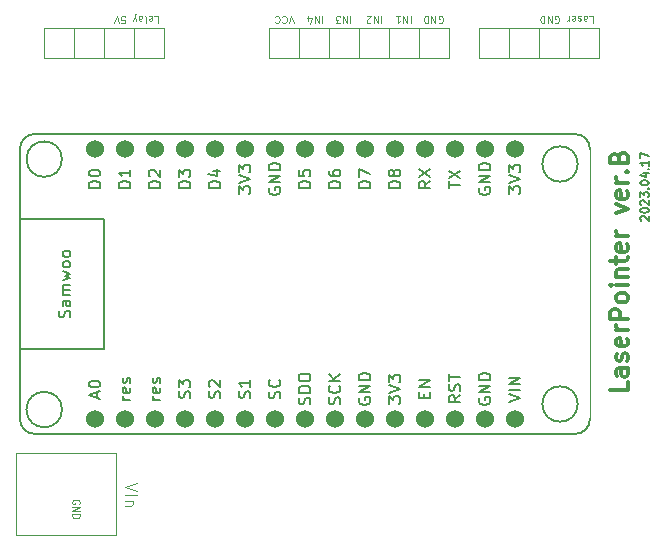
<source format=gbr>
%TF.GenerationSoftware,KiCad,Pcbnew,7.0.1*%
%TF.CreationDate,2023-04-17T15:40:40+09:00*%
%TF.ProjectId,Laser Pointer,4c617365-7220-4506-9f69-6e7465722e6b,rev?*%
%TF.SameCoordinates,Original*%
%TF.FileFunction,Legend,Top*%
%TF.FilePolarity,Positive*%
%FSLAX46Y46*%
G04 Gerber Fmt 4.6, Leading zero omitted, Abs format (unit mm)*
G04 Created by KiCad (PCBNEW 7.0.1) date 2023-04-17 15:40:40*
%MOMM*%
%LPD*%
G01*
G04 APERTURE LIST*
%ADD10C,0.300000*%
%ADD11C,0.175000*%
%ADD12C,0.100000*%
%ADD13C,0.150000*%
%ADD14C,1.524000*%
G04 APERTURE END LIST*
D10*
X149266428Y-111138571D02*
X149266428Y-111852857D01*
X149266428Y-111852857D02*
X147766428Y-111852857D01*
X149266428Y-109995714D02*
X148480714Y-109995714D01*
X148480714Y-109995714D02*
X148337857Y-110067142D01*
X148337857Y-110067142D02*
X148266428Y-110209999D01*
X148266428Y-110209999D02*
X148266428Y-110495714D01*
X148266428Y-110495714D02*
X148337857Y-110638571D01*
X149195000Y-109995714D02*
X149266428Y-110138571D01*
X149266428Y-110138571D02*
X149266428Y-110495714D01*
X149266428Y-110495714D02*
X149195000Y-110638571D01*
X149195000Y-110638571D02*
X149052142Y-110709999D01*
X149052142Y-110709999D02*
X148909285Y-110709999D01*
X148909285Y-110709999D02*
X148766428Y-110638571D01*
X148766428Y-110638571D02*
X148695000Y-110495714D01*
X148695000Y-110495714D02*
X148695000Y-110138571D01*
X148695000Y-110138571D02*
X148623571Y-109995714D01*
X149195000Y-109352856D02*
X149266428Y-109209999D01*
X149266428Y-109209999D02*
X149266428Y-108924285D01*
X149266428Y-108924285D02*
X149195000Y-108781428D01*
X149195000Y-108781428D02*
X149052142Y-108709999D01*
X149052142Y-108709999D02*
X148980714Y-108709999D01*
X148980714Y-108709999D02*
X148837857Y-108781428D01*
X148837857Y-108781428D02*
X148766428Y-108924285D01*
X148766428Y-108924285D02*
X148766428Y-109138571D01*
X148766428Y-109138571D02*
X148695000Y-109281428D01*
X148695000Y-109281428D02*
X148552142Y-109352856D01*
X148552142Y-109352856D02*
X148480714Y-109352856D01*
X148480714Y-109352856D02*
X148337857Y-109281428D01*
X148337857Y-109281428D02*
X148266428Y-109138571D01*
X148266428Y-109138571D02*
X148266428Y-108924285D01*
X148266428Y-108924285D02*
X148337857Y-108781428D01*
X149195000Y-107495713D02*
X149266428Y-107638570D01*
X149266428Y-107638570D02*
X149266428Y-107924285D01*
X149266428Y-107924285D02*
X149195000Y-108067142D01*
X149195000Y-108067142D02*
X149052142Y-108138570D01*
X149052142Y-108138570D02*
X148480714Y-108138570D01*
X148480714Y-108138570D02*
X148337857Y-108067142D01*
X148337857Y-108067142D02*
X148266428Y-107924285D01*
X148266428Y-107924285D02*
X148266428Y-107638570D01*
X148266428Y-107638570D02*
X148337857Y-107495713D01*
X148337857Y-107495713D02*
X148480714Y-107424285D01*
X148480714Y-107424285D02*
X148623571Y-107424285D01*
X148623571Y-107424285D02*
X148766428Y-108138570D01*
X149266428Y-106781428D02*
X148266428Y-106781428D01*
X148552142Y-106781428D02*
X148409285Y-106709999D01*
X148409285Y-106709999D02*
X148337857Y-106638571D01*
X148337857Y-106638571D02*
X148266428Y-106495713D01*
X148266428Y-106495713D02*
X148266428Y-106352856D01*
X149266428Y-105852857D02*
X147766428Y-105852857D01*
X147766428Y-105852857D02*
X147766428Y-105281428D01*
X147766428Y-105281428D02*
X147837857Y-105138571D01*
X147837857Y-105138571D02*
X147909285Y-105067142D01*
X147909285Y-105067142D02*
X148052142Y-104995714D01*
X148052142Y-104995714D02*
X148266428Y-104995714D01*
X148266428Y-104995714D02*
X148409285Y-105067142D01*
X148409285Y-105067142D02*
X148480714Y-105138571D01*
X148480714Y-105138571D02*
X148552142Y-105281428D01*
X148552142Y-105281428D02*
X148552142Y-105852857D01*
X149266428Y-104138571D02*
X149195000Y-104281428D01*
X149195000Y-104281428D02*
X149123571Y-104352857D01*
X149123571Y-104352857D02*
X148980714Y-104424285D01*
X148980714Y-104424285D02*
X148552142Y-104424285D01*
X148552142Y-104424285D02*
X148409285Y-104352857D01*
X148409285Y-104352857D02*
X148337857Y-104281428D01*
X148337857Y-104281428D02*
X148266428Y-104138571D01*
X148266428Y-104138571D02*
X148266428Y-103924285D01*
X148266428Y-103924285D02*
X148337857Y-103781428D01*
X148337857Y-103781428D02*
X148409285Y-103710000D01*
X148409285Y-103710000D02*
X148552142Y-103638571D01*
X148552142Y-103638571D02*
X148980714Y-103638571D01*
X148980714Y-103638571D02*
X149123571Y-103710000D01*
X149123571Y-103710000D02*
X149195000Y-103781428D01*
X149195000Y-103781428D02*
X149266428Y-103924285D01*
X149266428Y-103924285D02*
X149266428Y-104138571D01*
X149266428Y-102995714D02*
X148266428Y-102995714D01*
X147766428Y-102995714D02*
X147837857Y-103067142D01*
X147837857Y-103067142D02*
X147909285Y-102995714D01*
X147909285Y-102995714D02*
X147837857Y-102924285D01*
X147837857Y-102924285D02*
X147766428Y-102995714D01*
X147766428Y-102995714D02*
X147909285Y-102995714D01*
X148266428Y-102281428D02*
X149266428Y-102281428D01*
X148409285Y-102281428D02*
X148337857Y-102209999D01*
X148337857Y-102209999D02*
X148266428Y-102067142D01*
X148266428Y-102067142D02*
X148266428Y-101852856D01*
X148266428Y-101852856D02*
X148337857Y-101709999D01*
X148337857Y-101709999D02*
X148480714Y-101638571D01*
X148480714Y-101638571D02*
X149266428Y-101638571D01*
X148266428Y-101138570D02*
X148266428Y-100567142D01*
X147766428Y-100924285D02*
X149052142Y-100924285D01*
X149052142Y-100924285D02*
X149195000Y-100852856D01*
X149195000Y-100852856D02*
X149266428Y-100709999D01*
X149266428Y-100709999D02*
X149266428Y-100567142D01*
X149195000Y-99495713D02*
X149266428Y-99638570D01*
X149266428Y-99638570D02*
X149266428Y-99924285D01*
X149266428Y-99924285D02*
X149195000Y-100067142D01*
X149195000Y-100067142D02*
X149052142Y-100138570D01*
X149052142Y-100138570D02*
X148480714Y-100138570D01*
X148480714Y-100138570D02*
X148337857Y-100067142D01*
X148337857Y-100067142D02*
X148266428Y-99924285D01*
X148266428Y-99924285D02*
X148266428Y-99638570D01*
X148266428Y-99638570D02*
X148337857Y-99495713D01*
X148337857Y-99495713D02*
X148480714Y-99424285D01*
X148480714Y-99424285D02*
X148623571Y-99424285D01*
X148623571Y-99424285D02*
X148766428Y-100138570D01*
X149266428Y-98781428D02*
X148266428Y-98781428D01*
X148552142Y-98781428D02*
X148409285Y-98709999D01*
X148409285Y-98709999D02*
X148337857Y-98638571D01*
X148337857Y-98638571D02*
X148266428Y-98495713D01*
X148266428Y-98495713D02*
X148266428Y-98352856D01*
X148266428Y-96852857D02*
X149266428Y-96495714D01*
X149266428Y-96495714D02*
X148266428Y-96138571D01*
X149195000Y-94995714D02*
X149266428Y-95138571D01*
X149266428Y-95138571D02*
X149266428Y-95424286D01*
X149266428Y-95424286D02*
X149195000Y-95567143D01*
X149195000Y-95567143D02*
X149052142Y-95638571D01*
X149052142Y-95638571D02*
X148480714Y-95638571D01*
X148480714Y-95638571D02*
X148337857Y-95567143D01*
X148337857Y-95567143D02*
X148266428Y-95424286D01*
X148266428Y-95424286D02*
X148266428Y-95138571D01*
X148266428Y-95138571D02*
X148337857Y-94995714D01*
X148337857Y-94995714D02*
X148480714Y-94924286D01*
X148480714Y-94924286D02*
X148623571Y-94924286D01*
X148623571Y-94924286D02*
X148766428Y-95638571D01*
X149266428Y-94281429D02*
X148266428Y-94281429D01*
X148552142Y-94281429D02*
X148409285Y-94210000D01*
X148409285Y-94210000D02*
X148337857Y-94138572D01*
X148337857Y-94138572D02*
X148266428Y-93995714D01*
X148266428Y-93995714D02*
X148266428Y-93852857D01*
X149123571Y-93352858D02*
X149195000Y-93281429D01*
X149195000Y-93281429D02*
X149266428Y-93352858D01*
X149266428Y-93352858D02*
X149195000Y-93424286D01*
X149195000Y-93424286D02*
X149123571Y-93352858D01*
X149123571Y-93352858D02*
X149266428Y-93352858D01*
X148480714Y-92138572D02*
X148552142Y-91924286D01*
X148552142Y-91924286D02*
X148623571Y-91852857D01*
X148623571Y-91852857D02*
X148766428Y-91781429D01*
X148766428Y-91781429D02*
X148980714Y-91781429D01*
X148980714Y-91781429D02*
X149123571Y-91852857D01*
X149123571Y-91852857D02*
X149195000Y-91924286D01*
X149195000Y-91924286D02*
X149266428Y-92067143D01*
X149266428Y-92067143D02*
X149266428Y-92638572D01*
X149266428Y-92638572D02*
X147766428Y-92638572D01*
X147766428Y-92638572D02*
X147766428Y-92138572D01*
X147766428Y-92138572D02*
X147837857Y-91995715D01*
X147837857Y-91995715D02*
X147909285Y-91924286D01*
X147909285Y-91924286D02*
X148052142Y-91852857D01*
X148052142Y-91852857D02*
X148195000Y-91852857D01*
X148195000Y-91852857D02*
X148337857Y-91924286D01*
X148337857Y-91924286D02*
X148409285Y-91995715D01*
X148409285Y-91995715D02*
X148480714Y-92138572D01*
X148480714Y-92138572D02*
X148480714Y-92638572D01*
D11*
X150381000Y-97506666D02*
X150347666Y-97473333D01*
X150347666Y-97473333D02*
X150314333Y-97406666D01*
X150314333Y-97406666D02*
X150314333Y-97240000D01*
X150314333Y-97240000D02*
X150347666Y-97173333D01*
X150347666Y-97173333D02*
X150381000Y-97140000D01*
X150381000Y-97140000D02*
X150447666Y-97106666D01*
X150447666Y-97106666D02*
X150514333Y-97106666D01*
X150514333Y-97106666D02*
X150614333Y-97140000D01*
X150614333Y-97140000D02*
X151014333Y-97540000D01*
X151014333Y-97540000D02*
X151014333Y-97106666D01*
X150314333Y-96673333D02*
X150314333Y-96606666D01*
X150314333Y-96606666D02*
X150347666Y-96539999D01*
X150347666Y-96539999D02*
X150381000Y-96506666D01*
X150381000Y-96506666D02*
X150447666Y-96473333D01*
X150447666Y-96473333D02*
X150581000Y-96439999D01*
X150581000Y-96439999D02*
X150747666Y-96439999D01*
X150747666Y-96439999D02*
X150881000Y-96473333D01*
X150881000Y-96473333D02*
X150947666Y-96506666D01*
X150947666Y-96506666D02*
X150981000Y-96539999D01*
X150981000Y-96539999D02*
X151014333Y-96606666D01*
X151014333Y-96606666D02*
X151014333Y-96673333D01*
X151014333Y-96673333D02*
X150981000Y-96739999D01*
X150981000Y-96739999D02*
X150947666Y-96773333D01*
X150947666Y-96773333D02*
X150881000Y-96806666D01*
X150881000Y-96806666D02*
X150747666Y-96839999D01*
X150747666Y-96839999D02*
X150581000Y-96839999D01*
X150581000Y-96839999D02*
X150447666Y-96806666D01*
X150447666Y-96806666D02*
X150381000Y-96773333D01*
X150381000Y-96773333D02*
X150347666Y-96739999D01*
X150347666Y-96739999D02*
X150314333Y-96673333D01*
X150381000Y-96173332D02*
X150347666Y-96139999D01*
X150347666Y-96139999D02*
X150314333Y-96073332D01*
X150314333Y-96073332D02*
X150314333Y-95906666D01*
X150314333Y-95906666D02*
X150347666Y-95839999D01*
X150347666Y-95839999D02*
X150381000Y-95806666D01*
X150381000Y-95806666D02*
X150447666Y-95773332D01*
X150447666Y-95773332D02*
X150514333Y-95773332D01*
X150514333Y-95773332D02*
X150614333Y-95806666D01*
X150614333Y-95806666D02*
X151014333Y-96206666D01*
X151014333Y-96206666D02*
X151014333Y-95773332D01*
X150314333Y-95539999D02*
X150314333Y-95106665D01*
X150314333Y-95106665D02*
X150581000Y-95339999D01*
X150581000Y-95339999D02*
X150581000Y-95239999D01*
X150581000Y-95239999D02*
X150614333Y-95173332D01*
X150614333Y-95173332D02*
X150647666Y-95139999D01*
X150647666Y-95139999D02*
X150714333Y-95106665D01*
X150714333Y-95106665D02*
X150881000Y-95106665D01*
X150881000Y-95106665D02*
X150947666Y-95139999D01*
X150947666Y-95139999D02*
X150981000Y-95173332D01*
X150981000Y-95173332D02*
X151014333Y-95239999D01*
X151014333Y-95239999D02*
X151014333Y-95439999D01*
X151014333Y-95439999D02*
X150981000Y-95506665D01*
X150981000Y-95506665D02*
X150947666Y-95539999D01*
X150947666Y-94806665D02*
X150981000Y-94773332D01*
X150981000Y-94773332D02*
X151014333Y-94806665D01*
X151014333Y-94806665D02*
X150981000Y-94839998D01*
X150981000Y-94839998D02*
X150947666Y-94806665D01*
X150947666Y-94806665D02*
X151014333Y-94806665D01*
X150314333Y-94339999D02*
X150314333Y-94273332D01*
X150314333Y-94273332D02*
X150347666Y-94206665D01*
X150347666Y-94206665D02*
X150381000Y-94173332D01*
X150381000Y-94173332D02*
X150447666Y-94139999D01*
X150447666Y-94139999D02*
X150581000Y-94106665D01*
X150581000Y-94106665D02*
X150747666Y-94106665D01*
X150747666Y-94106665D02*
X150881000Y-94139999D01*
X150881000Y-94139999D02*
X150947666Y-94173332D01*
X150947666Y-94173332D02*
X150981000Y-94206665D01*
X150981000Y-94206665D02*
X151014333Y-94273332D01*
X151014333Y-94273332D02*
X151014333Y-94339999D01*
X151014333Y-94339999D02*
X150981000Y-94406665D01*
X150981000Y-94406665D02*
X150947666Y-94439999D01*
X150947666Y-94439999D02*
X150881000Y-94473332D01*
X150881000Y-94473332D02*
X150747666Y-94506665D01*
X150747666Y-94506665D02*
X150581000Y-94506665D01*
X150581000Y-94506665D02*
X150447666Y-94473332D01*
X150447666Y-94473332D02*
X150381000Y-94439999D01*
X150381000Y-94439999D02*
X150347666Y-94406665D01*
X150347666Y-94406665D02*
X150314333Y-94339999D01*
X150547666Y-93506665D02*
X151014333Y-93506665D01*
X150281000Y-93673332D02*
X150781000Y-93839998D01*
X150781000Y-93839998D02*
X150781000Y-93406665D01*
X150947666Y-93139998D02*
X150981000Y-93106665D01*
X150981000Y-93106665D02*
X151014333Y-93139998D01*
X151014333Y-93139998D02*
X150981000Y-93173331D01*
X150981000Y-93173331D02*
X150947666Y-93139998D01*
X150947666Y-93139998D02*
X151014333Y-93139998D01*
X151014333Y-92439998D02*
X151014333Y-92839998D01*
X151014333Y-92639998D02*
X150314333Y-92639998D01*
X150314333Y-92639998D02*
X150414333Y-92706665D01*
X150414333Y-92706665D02*
X150481000Y-92773332D01*
X150481000Y-92773332D02*
X150514333Y-92839998D01*
X150314333Y-92206665D02*
X150314333Y-91739998D01*
X150314333Y-91739998D02*
X151014333Y-92039998D01*
D12*
%TO.C,GND*%
X102803857Y-121462857D02*
X102832428Y-121405715D01*
X102832428Y-121405715D02*
X102832428Y-121320000D01*
X102832428Y-121320000D02*
X102803857Y-121234286D01*
X102803857Y-121234286D02*
X102746714Y-121177143D01*
X102746714Y-121177143D02*
X102689571Y-121148572D01*
X102689571Y-121148572D02*
X102575285Y-121120000D01*
X102575285Y-121120000D02*
X102489571Y-121120000D01*
X102489571Y-121120000D02*
X102375285Y-121148572D01*
X102375285Y-121148572D02*
X102318142Y-121177143D01*
X102318142Y-121177143D02*
X102261000Y-121234286D01*
X102261000Y-121234286D02*
X102232428Y-121320000D01*
X102232428Y-121320000D02*
X102232428Y-121377143D01*
X102232428Y-121377143D02*
X102261000Y-121462857D01*
X102261000Y-121462857D02*
X102289571Y-121491429D01*
X102289571Y-121491429D02*
X102489571Y-121491429D01*
X102489571Y-121491429D02*
X102489571Y-121377143D01*
X102232428Y-121748572D02*
X102832428Y-121748572D01*
X102832428Y-121748572D02*
X102232428Y-122091429D01*
X102232428Y-122091429D02*
X102832428Y-122091429D01*
X102232428Y-122377143D02*
X102832428Y-122377143D01*
X102832428Y-122377143D02*
X102832428Y-122520000D01*
X102832428Y-122520000D02*
X102803857Y-122605714D01*
X102803857Y-122605714D02*
X102746714Y-122662857D01*
X102746714Y-122662857D02*
X102689571Y-122691428D01*
X102689571Y-122691428D02*
X102575285Y-122720000D01*
X102575285Y-122720000D02*
X102489571Y-122720000D01*
X102489571Y-122720000D02*
X102375285Y-122691428D01*
X102375285Y-122691428D02*
X102318142Y-122662857D01*
X102318142Y-122662857D02*
X102261000Y-122605714D01*
X102261000Y-122605714D02*
X102232428Y-122520000D01*
X102232428Y-122520000D02*
X102232428Y-122377143D01*
X107672380Y-119745238D02*
X106672380Y-120078571D01*
X106672380Y-120078571D02*
X107672380Y-120411904D01*
X106672380Y-120745238D02*
X107672380Y-120745238D01*
X107339047Y-121221428D02*
X106672380Y-121221428D01*
X107243809Y-121221428D02*
X107291428Y-121269047D01*
X107291428Y-121269047D02*
X107339047Y-121364285D01*
X107339047Y-121364285D02*
X107339047Y-121507142D01*
X107339047Y-121507142D02*
X107291428Y-121602380D01*
X107291428Y-121602380D02*
X107196190Y-121649999D01*
X107196190Y-121649999D02*
X106672380Y-121649999D01*
D13*
%TO.C,LaserPointer ver.A*%
X126510238Y-112521904D02*
X126462619Y-112617142D01*
X126462619Y-112617142D02*
X126462619Y-112759999D01*
X126462619Y-112759999D02*
X126510238Y-112902856D01*
X126510238Y-112902856D02*
X126605476Y-112998094D01*
X126605476Y-112998094D02*
X126700714Y-113045713D01*
X126700714Y-113045713D02*
X126891190Y-113093332D01*
X126891190Y-113093332D02*
X127034047Y-113093332D01*
X127034047Y-113093332D02*
X127224523Y-113045713D01*
X127224523Y-113045713D02*
X127319761Y-112998094D01*
X127319761Y-112998094D02*
X127415000Y-112902856D01*
X127415000Y-112902856D02*
X127462619Y-112759999D01*
X127462619Y-112759999D02*
X127462619Y-112664761D01*
X127462619Y-112664761D02*
X127415000Y-112521904D01*
X127415000Y-112521904D02*
X127367380Y-112474285D01*
X127367380Y-112474285D02*
X127034047Y-112474285D01*
X127034047Y-112474285D02*
X127034047Y-112664761D01*
X127462619Y-112045713D02*
X126462619Y-112045713D01*
X126462619Y-112045713D02*
X127462619Y-111474285D01*
X127462619Y-111474285D02*
X126462619Y-111474285D01*
X127462619Y-110998094D02*
X126462619Y-110998094D01*
X126462619Y-110998094D02*
X126462619Y-110759999D01*
X126462619Y-110759999D02*
X126510238Y-110617142D01*
X126510238Y-110617142D02*
X126605476Y-110521904D01*
X126605476Y-110521904D02*
X126700714Y-110474285D01*
X126700714Y-110474285D02*
X126891190Y-110426666D01*
X126891190Y-110426666D02*
X127034047Y-110426666D01*
X127034047Y-110426666D02*
X127224523Y-110474285D01*
X127224523Y-110474285D02*
X127319761Y-110521904D01*
X127319761Y-110521904D02*
X127415000Y-110617142D01*
X127415000Y-110617142D02*
X127462619Y-110759999D01*
X127462619Y-110759999D02*
X127462619Y-110998094D01*
X119795000Y-112545713D02*
X119842619Y-112402856D01*
X119842619Y-112402856D02*
X119842619Y-112164761D01*
X119842619Y-112164761D02*
X119795000Y-112069523D01*
X119795000Y-112069523D02*
X119747380Y-112021904D01*
X119747380Y-112021904D02*
X119652142Y-111974285D01*
X119652142Y-111974285D02*
X119556904Y-111974285D01*
X119556904Y-111974285D02*
X119461666Y-112021904D01*
X119461666Y-112021904D02*
X119414047Y-112069523D01*
X119414047Y-112069523D02*
X119366428Y-112164761D01*
X119366428Y-112164761D02*
X119318809Y-112355237D01*
X119318809Y-112355237D02*
X119271190Y-112450475D01*
X119271190Y-112450475D02*
X119223571Y-112498094D01*
X119223571Y-112498094D02*
X119128333Y-112545713D01*
X119128333Y-112545713D02*
X119033095Y-112545713D01*
X119033095Y-112545713D02*
X118937857Y-112498094D01*
X118937857Y-112498094D02*
X118890238Y-112450475D01*
X118890238Y-112450475D02*
X118842619Y-112355237D01*
X118842619Y-112355237D02*
X118842619Y-112117142D01*
X118842619Y-112117142D02*
X118890238Y-111974285D01*
X119747380Y-110974285D02*
X119795000Y-111021904D01*
X119795000Y-111021904D02*
X119842619Y-111164761D01*
X119842619Y-111164761D02*
X119842619Y-111259999D01*
X119842619Y-111259999D02*
X119795000Y-111402856D01*
X119795000Y-111402856D02*
X119699761Y-111498094D01*
X119699761Y-111498094D02*
X119604523Y-111545713D01*
X119604523Y-111545713D02*
X119414047Y-111593332D01*
X119414047Y-111593332D02*
X119271190Y-111593332D01*
X119271190Y-111593332D02*
X119080714Y-111545713D01*
X119080714Y-111545713D02*
X118985476Y-111498094D01*
X118985476Y-111498094D02*
X118890238Y-111402856D01*
X118890238Y-111402856D02*
X118842619Y-111259999D01*
X118842619Y-111259999D02*
X118842619Y-111164761D01*
X118842619Y-111164761D02*
X118890238Y-111021904D01*
X118890238Y-111021904D02*
X118937857Y-110974285D01*
X130002619Y-94718094D02*
X129002619Y-94718094D01*
X129002619Y-94718094D02*
X129002619Y-94479999D01*
X129002619Y-94479999D02*
X129050238Y-94337142D01*
X129050238Y-94337142D02*
X129145476Y-94241904D01*
X129145476Y-94241904D02*
X129240714Y-94194285D01*
X129240714Y-94194285D02*
X129431190Y-94146666D01*
X129431190Y-94146666D02*
X129574047Y-94146666D01*
X129574047Y-94146666D02*
X129764523Y-94194285D01*
X129764523Y-94194285D02*
X129859761Y-94241904D01*
X129859761Y-94241904D02*
X129955000Y-94337142D01*
X129955000Y-94337142D02*
X130002619Y-94479999D01*
X130002619Y-94479999D02*
X130002619Y-94718094D01*
X129431190Y-93575237D02*
X129383571Y-93670475D01*
X129383571Y-93670475D02*
X129335952Y-93718094D01*
X129335952Y-93718094D02*
X129240714Y-93765713D01*
X129240714Y-93765713D02*
X129193095Y-93765713D01*
X129193095Y-93765713D02*
X129097857Y-93718094D01*
X129097857Y-93718094D02*
X129050238Y-93670475D01*
X129050238Y-93670475D02*
X129002619Y-93575237D01*
X129002619Y-93575237D02*
X129002619Y-93384761D01*
X129002619Y-93384761D02*
X129050238Y-93289523D01*
X129050238Y-93289523D02*
X129097857Y-93241904D01*
X129097857Y-93241904D02*
X129193095Y-93194285D01*
X129193095Y-93194285D02*
X129240714Y-93194285D01*
X129240714Y-93194285D02*
X129335952Y-93241904D01*
X129335952Y-93241904D02*
X129383571Y-93289523D01*
X129383571Y-93289523D02*
X129431190Y-93384761D01*
X129431190Y-93384761D02*
X129431190Y-93575237D01*
X129431190Y-93575237D02*
X129478809Y-93670475D01*
X129478809Y-93670475D02*
X129526428Y-93718094D01*
X129526428Y-93718094D02*
X129621666Y-93765713D01*
X129621666Y-93765713D02*
X129812142Y-93765713D01*
X129812142Y-93765713D02*
X129907380Y-93718094D01*
X129907380Y-93718094D02*
X129955000Y-93670475D01*
X129955000Y-93670475D02*
X130002619Y-93575237D01*
X130002619Y-93575237D02*
X130002619Y-93384761D01*
X130002619Y-93384761D02*
X129955000Y-93289523D01*
X129955000Y-93289523D02*
X129907380Y-93241904D01*
X129907380Y-93241904D02*
X129812142Y-93194285D01*
X129812142Y-93194285D02*
X129621666Y-93194285D01*
X129621666Y-93194285D02*
X129526428Y-93241904D01*
X129526428Y-93241904D02*
X129478809Y-93289523D01*
X129478809Y-93289523D02*
X129431190Y-93384761D01*
X114762619Y-94718094D02*
X113762619Y-94718094D01*
X113762619Y-94718094D02*
X113762619Y-94479999D01*
X113762619Y-94479999D02*
X113810238Y-94337142D01*
X113810238Y-94337142D02*
X113905476Y-94241904D01*
X113905476Y-94241904D02*
X114000714Y-94194285D01*
X114000714Y-94194285D02*
X114191190Y-94146666D01*
X114191190Y-94146666D02*
X114334047Y-94146666D01*
X114334047Y-94146666D02*
X114524523Y-94194285D01*
X114524523Y-94194285D02*
X114619761Y-94241904D01*
X114619761Y-94241904D02*
X114715000Y-94337142D01*
X114715000Y-94337142D02*
X114762619Y-94479999D01*
X114762619Y-94479999D02*
X114762619Y-94718094D01*
X114095952Y-93289523D02*
X114762619Y-93289523D01*
X113715000Y-93527618D02*
X114429285Y-93765713D01*
X114429285Y-93765713D02*
X114429285Y-93146666D01*
X129002619Y-112998094D02*
X129002619Y-112379047D01*
X129002619Y-112379047D02*
X129383571Y-112712380D01*
X129383571Y-112712380D02*
X129383571Y-112569523D01*
X129383571Y-112569523D02*
X129431190Y-112474285D01*
X129431190Y-112474285D02*
X129478809Y-112426666D01*
X129478809Y-112426666D02*
X129574047Y-112379047D01*
X129574047Y-112379047D02*
X129812142Y-112379047D01*
X129812142Y-112379047D02*
X129907380Y-112426666D01*
X129907380Y-112426666D02*
X129955000Y-112474285D01*
X129955000Y-112474285D02*
X130002619Y-112569523D01*
X130002619Y-112569523D02*
X130002619Y-112855237D01*
X130002619Y-112855237D02*
X129955000Y-112950475D01*
X129955000Y-112950475D02*
X129907380Y-112998094D01*
X129002619Y-112093332D02*
X130002619Y-111759999D01*
X130002619Y-111759999D02*
X129002619Y-111426666D01*
X129002619Y-111188570D02*
X129002619Y-110569523D01*
X129002619Y-110569523D02*
X129383571Y-110902856D01*
X129383571Y-110902856D02*
X129383571Y-110759999D01*
X129383571Y-110759999D02*
X129431190Y-110664761D01*
X129431190Y-110664761D02*
X129478809Y-110617142D01*
X129478809Y-110617142D02*
X129574047Y-110569523D01*
X129574047Y-110569523D02*
X129812142Y-110569523D01*
X129812142Y-110569523D02*
X129907380Y-110617142D01*
X129907380Y-110617142D02*
X129955000Y-110664761D01*
X129955000Y-110664761D02*
X130002619Y-110759999D01*
X130002619Y-110759999D02*
X130002619Y-111045713D01*
X130002619Y-111045713D02*
X129955000Y-111140951D01*
X129955000Y-111140951D02*
X129907380Y-111188570D01*
X134082619Y-94741904D02*
X134082619Y-94170476D01*
X135082619Y-94456190D02*
X134082619Y-94456190D01*
X134082619Y-93932380D02*
X135082619Y-93265714D01*
X134082619Y-93265714D02*
X135082619Y-93932380D01*
X117255000Y-112521904D02*
X117302619Y-112379047D01*
X117302619Y-112379047D02*
X117302619Y-112140952D01*
X117302619Y-112140952D02*
X117255000Y-112045714D01*
X117255000Y-112045714D02*
X117207380Y-111998095D01*
X117207380Y-111998095D02*
X117112142Y-111950476D01*
X117112142Y-111950476D02*
X117016904Y-111950476D01*
X117016904Y-111950476D02*
X116921666Y-111998095D01*
X116921666Y-111998095D02*
X116874047Y-112045714D01*
X116874047Y-112045714D02*
X116826428Y-112140952D01*
X116826428Y-112140952D02*
X116778809Y-112331428D01*
X116778809Y-112331428D02*
X116731190Y-112426666D01*
X116731190Y-112426666D02*
X116683571Y-112474285D01*
X116683571Y-112474285D02*
X116588333Y-112521904D01*
X116588333Y-112521904D02*
X116493095Y-112521904D01*
X116493095Y-112521904D02*
X116397857Y-112474285D01*
X116397857Y-112474285D02*
X116350238Y-112426666D01*
X116350238Y-112426666D02*
X116302619Y-112331428D01*
X116302619Y-112331428D02*
X116302619Y-112093333D01*
X116302619Y-112093333D02*
X116350238Y-111950476D01*
X117302619Y-110998095D02*
X117302619Y-111569523D01*
X117302619Y-111283809D02*
X116302619Y-111283809D01*
X116302619Y-111283809D02*
X116445476Y-111379047D01*
X116445476Y-111379047D02*
X116540714Y-111474285D01*
X116540714Y-111474285D02*
X116588333Y-111569523D01*
X132542619Y-94146666D02*
X132066428Y-94479999D01*
X132542619Y-94718094D02*
X131542619Y-94718094D01*
X131542619Y-94718094D02*
X131542619Y-94337142D01*
X131542619Y-94337142D02*
X131590238Y-94241904D01*
X131590238Y-94241904D02*
X131637857Y-94194285D01*
X131637857Y-94194285D02*
X131733095Y-94146666D01*
X131733095Y-94146666D02*
X131875952Y-94146666D01*
X131875952Y-94146666D02*
X131971190Y-94194285D01*
X131971190Y-94194285D02*
X132018809Y-94241904D01*
X132018809Y-94241904D02*
X132066428Y-94337142D01*
X132066428Y-94337142D02*
X132066428Y-94718094D01*
X131542619Y-93813332D02*
X132542619Y-93146666D01*
X131542619Y-93146666D02*
X132542619Y-93813332D01*
X112175000Y-112521904D02*
X112222619Y-112379047D01*
X112222619Y-112379047D02*
X112222619Y-112140952D01*
X112222619Y-112140952D02*
X112175000Y-112045714D01*
X112175000Y-112045714D02*
X112127380Y-111998095D01*
X112127380Y-111998095D02*
X112032142Y-111950476D01*
X112032142Y-111950476D02*
X111936904Y-111950476D01*
X111936904Y-111950476D02*
X111841666Y-111998095D01*
X111841666Y-111998095D02*
X111794047Y-112045714D01*
X111794047Y-112045714D02*
X111746428Y-112140952D01*
X111746428Y-112140952D02*
X111698809Y-112331428D01*
X111698809Y-112331428D02*
X111651190Y-112426666D01*
X111651190Y-112426666D02*
X111603571Y-112474285D01*
X111603571Y-112474285D02*
X111508333Y-112521904D01*
X111508333Y-112521904D02*
X111413095Y-112521904D01*
X111413095Y-112521904D02*
X111317857Y-112474285D01*
X111317857Y-112474285D02*
X111270238Y-112426666D01*
X111270238Y-112426666D02*
X111222619Y-112331428D01*
X111222619Y-112331428D02*
X111222619Y-112093333D01*
X111222619Y-112093333D02*
X111270238Y-111950476D01*
X111222619Y-111617142D02*
X111222619Y-110998095D01*
X111222619Y-110998095D02*
X111603571Y-111331428D01*
X111603571Y-111331428D02*
X111603571Y-111188571D01*
X111603571Y-111188571D02*
X111651190Y-111093333D01*
X111651190Y-111093333D02*
X111698809Y-111045714D01*
X111698809Y-111045714D02*
X111794047Y-110998095D01*
X111794047Y-110998095D02*
X112032142Y-110998095D01*
X112032142Y-110998095D02*
X112127380Y-111045714D01*
X112127380Y-111045714D02*
X112175000Y-111093333D01*
X112175000Y-111093333D02*
X112222619Y-111188571D01*
X112222619Y-111188571D02*
X112222619Y-111474285D01*
X112222619Y-111474285D02*
X112175000Y-111569523D01*
X112175000Y-111569523D02*
X112127380Y-111617142D01*
X124875000Y-113045713D02*
X124922619Y-112902856D01*
X124922619Y-112902856D02*
X124922619Y-112664761D01*
X124922619Y-112664761D02*
X124875000Y-112569523D01*
X124875000Y-112569523D02*
X124827380Y-112521904D01*
X124827380Y-112521904D02*
X124732142Y-112474285D01*
X124732142Y-112474285D02*
X124636904Y-112474285D01*
X124636904Y-112474285D02*
X124541666Y-112521904D01*
X124541666Y-112521904D02*
X124494047Y-112569523D01*
X124494047Y-112569523D02*
X124446428Y-112664761D01*
X124446428Y-112664761D02*
X124398809Y-112855237D01*
X124398809Y-112855237D02*
X124351190Y-112950475D01*
X124351190Y-112950475D02*
X124303571Y-112998094D01*
X124303571Y-112998094D02*
X124208333Y-113045713D01*
X124208333Y-113045713D02*
X124113095Y-113045713D01*
X124113095Y-113045713D02*
X124017857Y-112998094D01*
X124017857Y-112998094D02*
X123970238Y-112950475D01*
X123970238Y-112950475D02*
X123922619Y-112855237D01*
X123922619Y-112855237D02*
X123922619Y-112617142D01*
X123922619Y-112617142D02*
X123970238Y-112474285D01*
X124827380Y-111474285D02*
X124875000Y-111521904D01*
X124875000Y-111521904D02*
X124922619Y-111664761D01*
X124922619Y-111664761D02*
X124922619Y-111759999D01*
X124922619Y-111759999D02*
X124875000Y-111902856D01*
X124875000Y-111902856D02*
X124779761Y-111998094D01*
X124779761Y-111998094D02*
X124684523Y-112045713D01*
X124684523Y-112045713D02*
X124494047Y-112093332D01*
X124494047Y-112093332D02*
X124351190Y-112093332D01*
X124351190Y-112093332D02*
X124160714Y-112045713D01*
X124160714Y-112045713D02*
X124065476Y-111998094D01*
X124065476Y-111998094D02*
X123970238Y-111902856D01*
X123970238Y-111902856D02*
X123922619Y-111759999D01*
X123922619Y-111759999D02*
X123922619Y-111664761D01*
X123922619Y-111664761D02*
X123970238Y-111521904D01*
X123970238Y-111521904D02*
X124017857Y-111474285D01*
X124922619Y-111045713D02*
X123922619Y-111045713D01*
X124922619Y-110474285D02*
X124351190Y-110902856D01*
X123922619Y-110474285D02*
X124494047Y-111045713D01*
X135082619Y-112307619D02*
X134606428Y-112640952D01*
X135082619Y-112879047D02*
X134082619Y-112879047D01*
X134082619Y-112879047D02*
X134082619Y-112498095D01*
X134082619Y-112498095D02*
X134130238Y-112402857D01*
X134130238Y-112402857D02*
X134177857Y-112355238D01*
X134177857Y-112355238D02*
X134273095Y-112307619D01*
X134273095Y-112307619D02*
X134415952Y-112307619D01*
X134415952Y-112307619D02*
X134511190Y-112355238D01*
X134511190Y-112355238D02*
X134558809Y-112402857D01*
X134558809Y-112402857D02*
X134606428Y-112498095D01*
X134606428Y-112498095D02*
X134606428Y-112879047D01*
X135035000Y-111926666D02*
X135082619Y-111783809D01*
X135082619Y-111783809D02*
X135082619Y-111545714D01*
X135082619Y-111545714D02*
X135035000Y-111450476D01*
X135035000Y-111450476D02*
X134987380Y-111402857D01*
X134987380Y-111402857D02*
X134892142Y-111355238D01*
X134892142Y-111355238D02*
X134796904Y-111355238D01*
X134796904Y-111355238D02*
X134701666Y-111402857D01*
X134701666Y-111402857D02*
X134654047Y-111450476D01*
X134654047Y-111450476D02*
X134606428Y-111545714D01*
X134606428Y-111545714D02*
X134558809Y-111736190D01*
X134558809Y-111736190D02*
X134511190Y-111831428D01*
X134511190Y-111831428D02*
X134463571Y-111879047D01*
X134463571Y-111879047D02*
X134368333Y-111926666D01*
X134368333Y-111926666D02*
X134273095Y-111926666D01*
X134273095Y-111926666D02*
X134177857Y-111879047D01*
X134177857Y-111879047D02*
X134130238Y-111831428D01*
X134130238Y-111831428D02*
X134082619Y-111736190D01*
X134082619Y-111736190D02*
X134082619Y-111498095D01*
X134082619Y-111498095D02*
X134130238Y-111355238D01*
X134082619Y-111069523D02*
X134082619Y-110498095D01*
X135082619Y-110783809D02*
X134082619Y-110783809D01*
X109682619Y-94718094D02*
X108682619Y-94718094D01*
X108682619Y-94718094D02*
X108682619Y-94479999D01*
X108682619Y-94479999D02*
X108730238Y-94337142D01*
X108730238Y-94337142D02*
X108825476Y-94241904D01*
X108825476Y-94241904D02*
X108920714Y-94194285D01*
X108920714Y-94194285D02*
X109111190Y-94146666D01*
X109111190Y-94146666D02*
X109254047Y-94146666D01*
X109254047Y-94146666D02*
X109444523Y-94194285D01*
X109444523Y-94194285D02*
X109539761Y-94241904D01*
X109539761Y-94241904D02*
X109635000Y-94337142D01*
X109635000Y-94337142D02*
X109682619Y-94479999D01*
X109682619Y-94479999D02*
X109682619Y-94718094D01*
X108777857Y-93765713D02*
X108730238Y-93718094D01*
X108730238Y-93718094D02*
X108682619Y-93622856D01*
X108682619Y-93622856D02*
X108682619Y-93384761D01*
X108682619Y-93384761D02*
X108730238Y-93289523D01*
X108730238Y-93289523D02*
X108777857Y-93241904D01*
X108777857Y-93241904D02*
X108873095Y-93194285D01*
X108873095Y-93194285D02*
X108968333Y-93194285D01*
X108968333Y-93194285D02*
X109111190Y-93241904D01*
X109111190Y-93241904D02*
X109682619Y-93813332D01*
X109682619Y-93813332D02*
X109682619Y-93194285D01*
X102015000Y-105703332D02*
X102062619Y-105560475D01*
X102062619Y-105560475D02*
X102062619Y-105322380D01*
X102062619Y-105322380D02*
X102015000Y-105227142D01*
X102015000Y-105227142D02*
X101967380Y-105179523D01*
X101967380Y-105179523D02*
X101872142Y-105131904D01*
X101872142Y-105131904D02*
X101776904Y-105131904D01*
X101776904Y-105131904D02*
X101681666Y-105179523D01*
X101681666Y-105179523D02*
X101634047Y-105227142D01*
X101634047Y-105227142D02*
X101586428Y-105322380D01*
X101586428Y-105322380D02*
X101538809Y-105512856D01*
X101538809Y-105512856D02*
X101491190Y-105608094D01*
X101491190Y-105608094D02*
X101443571Y-105655713D01*
X101443571Y-105655713D02*
X101348333Y-105703332D01*
X101348333Y-105703332D02*
X101253095Y-105703332D01*
X101253095Y-105703332D02*
X101157857Y-105655713D01*
X101157857Y-105655713D02*
X101110238Y-105608094D01*
X101110238Y-105608094D02*
X101062619Y-105512856D01*
X101062619Y-105512856D02*
X101062619Y-105274761D01*
X101062619Y-105274761D02*
X101110238Y-105131904D01*
X102062619Y-104274761D02*
X101538809Y-104274761D01*
X101538809Y-104274761D02*
X101443571Y-104322380D01*
X101443571Y-104322380D02*
X101395952Y-104417618D01*
X101395952Y-104417618D02*
X101395952Y-104608094D01*
X101395952Y-104608094D02*
X101443571Y-104703332D01*
X102015000Y-104274761D02*
X102062619Y-104369999D01*
X102062619Y-104369999D02*
X102062619Y-104608094D01*
X102062619Y-104608094D02*
X102015000Y-104703332D01*
X102015000Y-104703332D02*
X101919761Y-104750951D01*
X101919761Y-104750951D02*
X101824523Y-104750951D01*
X101824523Y-104750951D02*
X101729285Y-104703332D01*
X101729285Y-104703332D02*
X101681666Y-104608094D01*
X101681666Y-104608094D02*
X101681666Y-104369999D01*
X101681666Y-104369999D02*
X101634047Y-104274761D01*
X102062619Y-103798570D02*
X101395952Y-103798570D01*
X101491190Y-103798570D02*
X101443571Y-103750951D01*
X101443571Y-103750951D02*
X101395952Y-103655713D01*
X101395952Y-103655713D02*
X101395952Y-103512856D01*
X101395952Y-103512856D02*
X101443571Y-103417618D01*
X101443571Y-103417618D02*
X101538809Y-103369999D01*
X101538809Y-103369999D02*
X102062619Y-103369999D01*
X101538809Y-103369999D02*
X101443571Y-103322380D01*
X101443571Y-103322380D02*
X101395952Y-103227142D01*
X101395952Y-103227142D02*
X101395952Y-103084285D01*
X101395952Y-103084285D02*
X101443571Y-102989046D01*
X101443571Y-102989046D02*
X101538809Y-102941427D01*
X101538809Y-102941427D02*
X102062619Y-102941427D01*
X101395952Y-102560475D02*
X102062619Y-102369999D01*
X102062619Y-102369999D02*
X101586428Y-102179523D01*
X101586428Y-102179523D02*
X102062619Y-101989047D01*
X102062619Y-101989047D02*
X101395952Y-101798571D01*
X102062619Y-101274761D02*
X102015000Y-101369999D01*
X102015000Y-101369999D02*
X101967380Y-101417618D01*
X101967380Y-101417618D02*
X101872142Y-101465237D01*
X101872142Y-101465237D02*
X101586428Y-101465237D01*
X101586428Y-101465237D02*
X101491190Y-101417618D01*
X101491190Y-101417618D02*
X101443571Y-101369999D01*
X101443571Y-101369999D02*
X101395952Y-101274761D01*
X101395952Y-101274761D02*
X101395952Y-101131904D01*
X101395952Y-101131904D02*
X101443571Y-101036666D01*
X101443571Y-101036666D02*
X101491190Y-100989047D01*
X101491190Y-100989047D02*
X101586428Y-100941428D01*
X101586428Y-100941428D02*
X101872142Y-100941428D01*
X101872142Y-100941428D02*
X101967380Y-100989047D01*
X101967380Y-100989047D02*
X102015000Y-101036666D01*
X102015000Y-101036666D02*
X102062619Y-101131904D01*
X102062619Y-101131904D02*
X102062619Y-101274761D01*
X102062619Y-100369999D02*
X102015000Y-100465237D01*
X102015000Y-100465237D02*
X101967380Y-100512856D01*
X101967380Y-100512856D02*
X101872142Y-100560475D01*
X101872142Y-100560475D02*
X101586428Y-100560475D01*
X101586428Y-100560475D02*
X101491190Y-100512856D01*
X101491190Y-100512856D02*
X101443571Y-100465237D01*
X101443571Y-100465237D02*
X101395952Y-100369999D01*
X101395952Y-100369999D02*
X101395952Y-100227142D01*
X101395952Y-100227142D02*
X101443571Y-100131904D01*
X101443571Y-100131904D02*
X101491190Y-100084285D01*
X101491190Y-100084285D02*
X101586428Y-100036666D01*
X101586428Y-100036666D02*
X101872142Y-100036666D01*
X101872142Y-100036666D02*
X101967380Y-100084285D01*
X101967380Y-100084285D02*
X102015000Y-100131904D01*
X102015000Y-100131904D02*
X102062619Y-100227142D01*
X102062619Y-100227142D02*
X102062619Y-100369999D01*
X116302619Y-95218094D02*
X116302619Y-94599047D01*
X116302619Y-94599047D02*
X116683571Y-94932380D01*
X116683571Y-94932380D02*
X116683571Y-94789523D01*
X116683571Y-94789523D02*
X116731190Y-94694285D01*
X116731190Y-94694285D02*
X116778809Y-94646666D01*
X116778809Y-94646666D02*
X116874047Y-94599047D01*
X116874047Y-94599047D02*
X117112142Y-94599047D01*
X117112142Y-94599047D02*
X117207380Y-94646666D01*
X117207380Y-94646666D02*
X117255000Y-94694285D01*
X117255000Y-94694285D02*
X117302619Y-94789523D01*
X117302619Y-94789523D02*
X117302619Y-95075237D01*
X117302619Y-95075237D02*
X117255000Y-95170475D01*
X117255000Y-95170475D02*
X117207380Y-95218094D01*
X116302619Y-94313332D02*
X117302619Y-93979999D01*
X117302619Y-93979999D02*
X116302619Y-93646666D01*
X116302619Y-93408570D02*
X116302619Y-92789523D01*
X116302619Y-92789523D02*
X116683571Y-93122856D01*
X116683571Y-93122856D02*
X116683571Y-92979999D01*
X116683571Y-92979999D02*
X116731190Y-92884761D01*
X116731190Y-92884761D02*
X116778809Y-92837142D01*
X116778809Y-92837142D02*
X116874047Y-92789523D01*
X116874047Y-92789523D02*
X117112142Y-92789523D01*
X117112142Y-92789523D02*
X117207380Y-92837142D01*
X117207380Y-92837142D02*
X117255000Y-92884761D01*
X117255000Y-92884761D02*
X117302619Y-92979999D01*
X117302619Y-92979999D02*
X117302619Y-93265713D01*
X117302619Y-93265713D02*
X117255000Y-93360951D01*
X117255000Y-93360951D02*
X117207380Y-93408570D01*
X104602619Y-94718094D02*
X103602619Y-94718094D01*
X103602619Y-94718094D02*
X103602619Y-94479999D01*
X103602619Y-94479999D02*
X103650238Y-94337142D01*
X103650238Y-94337142D02*
X103745476Y-94241904D01*
X103745476Y-94241904D02*
X103840714Y-94194285D01*
X103840714Y-94194285D02*
X104031190Y-94146666D01*
X104031190Y-94146666D02*
X104174047Y-94146666D01*
X104174047Y-94146666D02*
X104364523Y-94194285D01*
X104364523Y-94194285D02*
X104459761Y-94241904D01*
X104459761Y-94241904D02*
X104555000Y-94337142D01*
X104555000Y-94337142D02*
X104602619Y-94479999D01*
X104602619Y-94479999D02*
X104602619Y-94718094D01*
X103602619Y-93527618D02*
X103602619Y-93432380D01*
X103602619Y-93432380D02*
X103650238Y-93337142D01*
X103650238Y-93337142D02*
X103697857Y-93289523D01*
X103697857Y-93289523D02*
X103793095Y-93241904D01*
X103793095Y-93241904D02*
X103983571Y-93194285D01*
X103983571Y-93194285D02*
X104221666Y-93194285D01*
X104221666Y-93194285D02*
X104412142Y-93241904D01*
X104412142Y-93241904D02*
X104507380Y-93289523D01*
X104507380Y-93289523D02*
X104555000Y-93337142D01*
X104555000Y-93337142D02*
X104602619Y-93432380D01*
X104602619Y-93432380D02*
X104602619Y-93527618D01*
X104602619Y-93527618D02*
X104555000Y-93622856D01*
X104555000Y-93622856D02*
X104507380Y-93670475D01*
X104507380Y-93670475D02*
X104412142Y-93718094D01*
X104412142Y-93718094D02*
X104221666Y-93765713D01*
X104221666Y-93765713D02*
X103983571Y-93765713D01*
X103983571Y-93765713D02*
X103793095Y-93718094D01*
X103793095Y-93718094D02*
X103697857Y-93670475D01*
X103697857Y-93670475D02*
X103650238Y-93622856D01*
X103650238Y-93622856D02*
X103602619Y-93527618D01*
X136670238Y-94741904D02*
X136622619Y-94837142D01*
X136622619Y-94837142D02*
X136622619Y-94979999D01*
X136622619Y-94979999D02*
X136670238Y-95122856D01*
X136670238Y-95122856D02*
X136765476Y-95218094D01*
X136765476Y-95218094D02*
X136860714Y-95265713D01*
X136860714Y-95265713D02*
X137051190Y-95313332D01*
X137051190Y-95313332D02*
X137194047Y-95313332D01*
X137194047Y-95313332D02*
X137384523Y-95265713D01*
X137384523Y-95265713D02*
X137479761Y-95218094D01*
X137479761Y-95218094D02*
X137575000Y-95122856D01*
X137575000Y-95122856D02*
X137622619Y-94979999D01*
X137622619Y-94979999D02*
X137622619Y-94884761D01*
X137622619Y-94884761D02*
X137575000Y-94741904D01*
X137575000Y-94741904D02*
X137527380Y-94694285D01*
X137527380Y-94694285D02*
X137194047Y-94694285D01*
X137194047Y-94694285D02*
X137194047Y-94884761D01*
X137622619Y-94265713D02*
X136622619Y-94265713D01*
X136622619Y-94265713D02*
X137622619Y-93694285D01*
X137622619Y-93694285D02*
X136622619Y-93694285D01*
X137622619Y-93218094D02*
X136622619Y-93218094D01*
X136622619Y-93218094D02*
X136622619Y-92979999D01*
X136622619Y-92979999D02*
X136670238Y-92837142D01*
X136670238Y-92837142D02*
X136765476Y-92741904D01*
X136765476Y-92741904D02*
X136860714Y-92694285D01*
X136860714Y-92694285D02*
X137051190Y-92646666D01*
X137051190Y-92646666D02*
X137194047Y-92646666D01*
X137194047Y-92646666D02*
X137384523Y-92694285D01*
X137384523Y-92694285D02*
X137479761Y-92741904D01*
X137479761Y-92741904D02*
X137575000Y-92837142D01*
X137575000Y-92837142D02*
X137622619Y-92979999D01*
X137622619Y-92979999D02*
X137622619Y-93218094D01*
X109682619Y-112664761D02*
X109015952Y-112664761D01*
X109206428Y-112664761D02*
X109111190Y-112617142D01*
X109111190Y-112617142D02*
X109063571Y-112569523D01*
X109063571Y-112569523D02*
X109015952Y-112474285D01*
X109015952Y-112474285D02*
X109015952Y-112379047D01*
X109635000Y-111664761D02*
X109682619Y-111759999D01*
X109682619Y-111759999D02*
X109682619Y-111950475D01*
X109682619Y-111950475D02*
X109635000Y-112045713D01*
X109635000Y-112045713D02*
X109539761Y-112093332D01*
X109539761Y-112093332D02*
X109158809Y-112093332D01*
X109158809Y-112093332D02*
X109063571Y-112045713D01*
X109063571Y-112045713D02*
X109015952Y-111950475D01*
X109015952Y-111950475D02*
X109015952Y-111759999D01*
X109015952Y-111759999D02*
X109063571Y-111664761D01*
X109063571Y-111664761D02*
X109158809Y-111617142D01*
X109158809Y-111617142D02*
X109254047Y-111617142D01*
X109254047Y-111617142D02*
X109349285Y-112093332D01*
X109635000Y-111236189D02*
X109682619Y-111140951D01*
X109682619Y-111140951D02*
X109682619Y-110950475D01*
X109682619Y-110950475D02*
X109635000Y-110855237D01*
X109635000Y-110855237D02*
X109539761Y-110807618D01*
X109539761Y-110807618D02*
X109492142Y-110807618D01*
X109492142Y-110807618D02*
X109396904Y-110855237D01*
X109396904Y-110855237D02*
X109349285Y-110950475D01*
X109349285Y-110950475D02*
X109349285Y-111093332D01*
X109349285Y-111093332D02*
X109301666Y-111188570D01*
X109301666Y-111188570D02*
X109206428Y-111236189D01*
X109206428Y-111236189D02*
X109158809Y-111236189D01*
X109158809Y-111236189D02*
X109063571Y-111188570D01*
X109063571Y-111188570D02*
X109015952Y-111093332D01*
X109015952Y-111093332D02*
X109015952Y-110950475D01*
X109015952Y-110950475D02*
X109063571Y-110855237D01*
X139162619Y-95218094D02*
X139162619Y-94599047D01*
X139162619Y-94599047D02*
X139543571Y-94932380D01*
X139543571Y-94932380D02*
X139543571Y-94789523D01*
X139543571Y-94789523D02*
X139591190Y-94694285D01*
X139591190Y-94694285D02*
X139638809Y-94646666D01*
X139638809Y-94646666D02*
X139734047Y-94599047D01*
X139734047Y-94599047D02*
X139972142Y-94599047D01*
X139972142Y-94599047D02*
X140067380Y-94646666D01*
X140067380Y-94646666D02*
X140115000Y-94694285D01*
X140115000Y-94694285D02*
X140162619Y-94789523D01*
X140162619Y-94789523D02*
X140162619Y-95075237D01*
X140162619Y-95075237D02*
X140115000Y-95170475D01*
X140115000Y-95170475D02*
X140067380Y-95218094D01*
X139162619Y-94313332D02*
X140162619Y-93979999D01*
X140162619Y-93979999D02*
X139162619Y-93646666D01*
X139162619Y-93408570D02*
X139162619Y-92789523D01*
X139162619Y-92789523D02*
X139543571Y-93122856D01*
X139543571Y-93122856D02*
X139543571Y-92979999D01*
X139543571Y-92979999D02*
X139591190Y-92884761D01*
X139591190Y-92884761D02*
X139638809Y-92837142D01*
X139638809Y-92837142D02*
X139734047Y-92789523D01*
X139734047Y-92789523D02*
X139972142Y-92789523D01*
X139972142Y-92789523D02*
X140067380Y-92837142D01*
X140067380Y-92837142D02*
X140115000Y-92884761D01*
X140115000Y-92884761D02*
X140162619Y-92979999D01*
X140162619Y-92979999D02*
X140162619Y-93265713D01*
X140162619Y-93265713D02*
X140115000Y-93360951D01*
X140115000Y-93360951D02*
X140067380Y-93408570D01*
X107142619Y-112664761D02*
X106475952Y-112664761D01*
X106666428Y-112664761D02*
X106571190Y-112617142D01*
X106571190Y-112617142D02*
X106523571Y-112569523D01*
X106523571Y-112569523D02*
X106475952Y-112474285D01*
X106475952Y-112474285D02*
X106475952Y-112379047D01*
X107095000Y-111664761D02*
X107142619Y-111759999D01*
X107142619Y-111759999D02*
X107142619Y-111950475D01*
X107142619Y-111950475D02*
X107095000Y-112045713D01*
X107095000Y-112045713D02*
X106999761Y-112093332D01*
X106999761Y-112093332D02*
X106618809Y-112093332D01*
X106618809Y-112093332D02*
X106523571Y-112045713D01*
X106523571Y-112045713D02*
X106475952Y-111950475D01*
X106475952Y-111950475D02*
X106475952Y-111759999D01*
X106475952Y-111759999D02*
X106523571Y-111664761D01*
X106523571Y-111664761D02*
X106618809Y-111617142D01*
X106618809Y-111617142D02*
X106714047Y-111617142D01*
X106714047Y-111617142D02*
X106809285Y-112093332D01*
X107095000Y-111236189D02*
X107142619Y-111140951D01*
X107142619Y-111140951D02*
X107142619Y-110950475D01*
X107142619Y-110950475D02*
X107095000Y-110855237D01*
X107095000Y-110855237D02*
X106999761Y-110807618D01*
X106999761Y-110807618D02*
X106952142Y-110807618D01*
X106952142Y-110807618D02*
X106856904Y-110855237D01*
X106856904Y-110855237D02*
X106809285Y-110950475D01*
X106809285Y-110950475D02*
X106809285Y-111093332D01*
X106809285Y-111093332D02*
X106761666Y-111188570D01*
X106761666Y-111188570D02*
X106666428Y-111236189D01*
X106666428Y-111236189D02*
X106618809Y-111236189D01*
X106618809Y-111236189D02*
X106523571Y-111188570D01*
X106523571Y-111188570D02*
X106475952Y-111093332D01*
X106475952Y-111093332D02*
X106475952Y-110950475D01*
X106475952Y-110950475D02*
X106523571Y-110855237D01*
X107142619Y-94718094D02*
X106142619Y-94718094D01*
X106142619Y-94718094D02*
X106142619Y-94479999D01*
X106142619Y-94479999D02*
X106190238Y-94337142D01*
X106190238Y-94337142D02*
X106285476Y-94241904D01*
X106285476Y-94241904D02*
X106380714Y-94194285D01*
X106380714Y-94194285D02*
X106571190Y-94146666D01*
X106571190Y-94146666D02*
X106714047Y-94146666D01*
X106714047Y-94146666D02*
X106904523Y-94194285D01*
X106904523Y-94194285D02*
X106999761Y-94241904D01*
X106999761Y-94241904D02*
X107095000Y-94337142D01*
X107095000Y-94337142D02*
X107142619Y-94479999D01*
X107142619Y-94479999D02*
X107142619Y-94718094D01*
X107142619Y-93194285D02*
X107142619Y-93765713D01*
X107142619Y-93479999D02*
X106142619Y-93479999D01*
X106142619Y-93479999D02*
X106285476Y-93575237D01*
X106285476Y-93575237D02*
X106380714Y-93670475D01*
X106380714Y-93670475D02*
X106428333Y-93765713D01*
X104316904Y-112474285D02*
X104316904Y-111998095D01*
X104602619Y-112569523D02*
X103602619Y-112236190D01*
X103602619Y-112236190D02*
X104602619Y-111902857D01*
X103602619Y-111379047D02*
X103602619Y-111283809D01*
X103602619Y-111283809D02*
X103650238Y-111188571D01*
X103650238Y-111188571D02*
X103697857Y-111140952D01*
X103697857Y-111140952D02*
X103793095Y-111093333D01*
X103793095Y-111093333D02*
X103983571Y-111045714D01*
X103983571Y-111045714D02*
X104221666Y-111045714D01*
X104221666Y-111045714D02*
X104412142Y-111093333D01*
X104412142Y-111093333D02*
X104507380Y-111140952D01*
X104507380Y-111140952D02*
X104555000Y-111188571D01*
X104555000Y-111188571D02*
X104602619Y-111283809D01*
X104602619Y-111283809D02*
X104602619Y-111379047D01*
X104602619Y-111379047D02*
X104555000Y-111474285D01*
X104555000Y-111474285D02*
X104507380Y-111521904D01*
X104507380Y-111521904D02*
X104412142Y-111569523D01*
X104412142Y-111569523D02*
X104221666Y-111617142D01*
X104221666Y-111617142D02*
X103983571Y-111617142D01*
X103983571Y-111617142D02*
X103793095Y-111569523D01*
X103793095Y-111569523D02*
X103697857Y-111521904D01*
X103697857Y-111521904D02*
X103650238Y-111474285D01*
X103650238Y-111474285D02*
X103602619Y-111379047D01*
X122382619Y-94718094D02*
X121382619Y-94718094D01*
X121382619Y-94718094D02*
X121382619Y-94479999D01*
X121382619Y-94479999D02*
X121430238Y-94337142D01*
X121430238Y-94337142D02*
X121525476Y-94241904D01*
X121525476Y-94241904D02*
X121620714Y-94194285D01*
X121620714Y-94194285D02*
X121811190Y-94146666D01*
X121811190Y-94146666D02*
X121954047Y-94146666D01*
X121954047Y-94146666D02*
X122144523Y-94194285D01*
X122144523Y-94194285D02*
X122239761Y-94241904D01*
X122239761Y-94241904D02*
X122335000Y-94337142D01*
X122335000Y-94337142D02*
X122382619Y-94479999D01*
X122382619Y-94479999D02*
X122382619Y-94718094D01*
X121382619Y-93241904D02*
X121382619Y-93718094D01*
X121382619Y-93718094D02*
X121858809Y-93765713D01*
X121858809Y-93765713D02*
X121811190Y-93718094D01*
X121811190Y-93718094D02*
X121763571Y-93622856D01*
X121763571Y-93622856D02*
X121763571Y-93384761D01*
X121763571Y-93384761D02*
X121811190Y-93289523D01*
X121811190Y-93289523D02*
X121858809Y-93241904D01*
X121858809Y-93241904D02*
X121954047Y-93194285D01*
X121954047Y-93194285D02*
X122192142Y-93194285D01*
X122192142Y-93194285D02*
X122287380Y-93241904D01*
X122287380Y-93241904D02*
X122335000Y-93289523D01*
X122335000Y-93289523D02*
X122382619Y-93384761D01*
X122382619Y-93384761D02*
X122382619Y-93622856D01*
X122382619Y-93622856D02*
X122335000Y-93718094D01*
X122335000Y-93718094D02*
X122287380Y-93765713D01*
X112222619Y-94718094D02*
X111222619Y-94718094D01*
X111222619Y-94718094D02*
X111222619Y-94479999D01*
X111222619Y-94479999D02*
X111270238Y-94337142D01*
X111270238Y-94337142D02*
X111365476Y-94241904D01*
X111365476Y-94241904D02*
X111460714Y-94194285D01*
X111460714Y-94194285D02*
X111651190Y-94146666D01*
X111651190Y-94146666D02*
X111794047Y-94146666D01*
X111794047Y-94146666D02*
X111984523Y-94194285D01*
X111984523Y-94194285D02*
X112079761Y-94241904D01*
X112079761Y-94241904D02*
X112175000Y-94337142D01*
X112175000Y-94337142D02*
X112222619Y-94479999D01*
X112222619Y-94479999D02*
X112222619Y-94718094D01*
X111222619Y-93813332D02*
X111222619Y-93194285D01*
X111222619Y-93194285D02*
X111603571Y-93527618D01*
X111603571Y-93527618D02*
X111603571Y-93384761D01*
X111603571Y-93384761D02*
X111651190Y-93289523D01*
X111651190Y-93289523D02*
X111698809Y-93241904D01*
X111698809Y-93241904D02*
X111794047Y-93194285D01*
X111794047Y-93194285D02*
X112032142Y-93194285D01*
X112032142Y-93194285D02*
X112127380Y-93241904D01*
X112127380Y-93241904D02*
X112175000Y-93289523D01*
X112175000Y-93289523D02*
X112222619Y-93384761D01*
X112222619Y-93384761D02*
X112222619Y-93670475D01*
X112222619Y-93670475D02*
X112175000Y-93765713D01*
X112175000Y-93765713D02*
X112127380Y-93813332D01*
X127462619Y-94718094D02*
X126462619Y-94718094D01*
X126462619Y-94718094D02*
X126462619Y-94479999D01*
X126462619Y-94479999D02*
X126510238Y-94337142D01*
X126510238Y-94337142D02*
X126605476Y-94241904D01*
X126605476Y-94241904D02*
X126700714Y-94194285D01*
X126700714Y-94194285D02*
X126891190Y-94146666D01*
X126891190Y-94146666D02*
X127034047Y-94146666D01*
X127034047Y-94146666D02*
X127224523Y-94194285D01*
X127224523Y-94194285D02*
X127319761Y-94241904D01*
X127319761Y-94241904D02*
X127415000Y-94337142D01*
X127415000Y-94337142D02*
X127462619Y-94479999D01*
X127462619Y-94479999D02*
X127462619Y-94718094D01*
X126462619Y-93813332D02*
X126462619Y-93146666D01*
X126462619Y-93146666D02*
X127462619Y-93575237D01*
X114715000Y-112521904D02*
X114762619Y-112379047D01*
X114762619Y-112379047D02*
X114762619Y-112140952D01*
X114762619Y-112140952D02*
X114715000Y-112045714D01*
X114715000Y-112045714D02*
X114667380Y-111998095D01*
X114667380Y-111998095D02*
X114572142Y-111950476D01*
X114572142Y-111950476D02*
X114476904Y-111950476D01*
X114476904Y-111950476D02*
X114381666Y-111998095D01*
X114381666Y-111998095D02*
X114334047Y-112045714D01*
X114334047Y-112045714D02*
X114286428Y-112140952D01*
X114286428Y-112140952D02*
X114238809Y-112331428D01*
X114238809Y-112331428D02*
X114191190Y-112426666D01*
X114191190Y-112426666D02*
X114143571Y-112474285D01*
X114143571Y-112474285D02*
X114048333Y-112521904D01*
X114048333Y-112521904D02*
X113953095Y-112521904D01*
X113953095Y-112521904D02*
X113857857Y-112474285D01*
X113857857Y-112474285D02*
X113810238Y-112426666D01*
X113810238Y-112426666D02*
X113762619Y-112331428D01*
X113762619Y-112331428D02*
X113762619Y-112093333D01*
X113762619Y-112093333D02*
X113810238Y-111950476D01*
X113857857Y-111569523D02*
X113810238Y-111521904D01*
X113810238Y-111521904D02*
X113762619Y-111426666D01*
X113762619Y-111426666D02*
X113762619Y-111188571D01*
X113762619Y-111188571D02*
X113810238Y-111093333D01*
X113810238Y-111093333D02*
X113857857Y-111045714D01*
X113857857Y-111045714D02*
X113953095Y-110998095D01*
X113953095Y-110998095D02*
X114048333Y-110998095D01*
X114048333Y-110998095D02*
X114191190Y-111045714D01*
X114191190Y-111045714D02*
X114762619Y-111617142D01*
X114762619Y-111617142D02*
X114762619Y-110998095D01*
X124922619Y-94718094D02*
X123922619Y-94718094D01*
X123922619Y-94718094D02*
X123922619Y-94479999D01*
X123922619Y-94479999D02*
X123970238Y-94337142D01*
X123970238Y-94337142D02*
X124065476Y-94241904D01*
X124065476Y-94241904D02*
X124160714Y-94194285D01*
X124160714Y-94194285D02*
X124351190Y-94146666D01*
X124351190Y-94146666D02*
X124494047Y-94146666D01*
X124494047Y-94146666D02*
X124684523Y-94194285D01*
X124684523Y-94194285D02*
X124779761Y-94241904D01*
X124779761Y-94241904D02*
X124875000Y-94337142D01*
X124875000Y-94337142D02*
X124922619Y-94479999D01*
X124922619Y-94479999D02*
X124922619Y-94718094D01*
X123922619Y-93289523D02*
X123922619Y-93479999D01*
X123922619Y-93479999D02*
X123970238Y-93575237D01*
X123970238Y-93575237D02*
X124017857Y-93622856D01*
X124017857Y-93622856D02*
X124160714Y-93718094D01*
X124160714Y-93718094D02*
X124351190Y-93765713D01*
X124351190Y-93765713D02*
X124732142Y-93765713D01*
X124732142Y-93765713D02*
X124827380Y-93718094D01*
X124827380Y-93718094D02*
X124875000Y-93670475D01*
X124875000Y-93670475D02*
X124922619Y-93575237D01*
X124922619Y-93575237D02*
X124922619Y-93384761D01*
X124922619Y-93384761D02*
X124875000Y-93289523D01*
X124875000Y-93289523D02*
X124827380Y-93241904D01*
X124827380Y-93241904D02*
X124732142Y-93194285D01*
X124732142Y-93194285D02*
X124494047Y-93194285D01*
X124494047Y-93194285D02*
X124398809Y-93241904D01*
X124398809Y-93241904D02*
X124351190Y-93289523D01*
X124351190Y-93289523D02*
X124303571Y-93384761D01*
X124303571Y-93384761D02*
X124303571Y-93575237D01*
X124303571Y-93575237D02*
X124351190Y-93670475D01*
X124351190Y-93670475D02*
X124398809Y-93718094D01*
X124398809Y-93718094D02*
X124494047Y-93765713D01*
X132018809Y-112498094D02*
X132018809Y-112164761D01*
X132542619Y-112021904D02*
X132542619Y-112498094D01*
X132542619Y-112498094D02*
X131542619Y-112498094D01*
X131542619Y-112498094D02*
X131542619Y-112021904D01*
X132542619Y-111593332D02*
X131542619Y-111593332D01*
X131542619Y-111593332D02*
X132542619Y-111021904D01*
X132542619Y-111021904D02*
X131542619Y-111021904D01*
X122335000Y-113069523D02*
X122382619Y-112926666D01*
X122382619Y-112926666D02*
X122382619Y-112688571D01*
X122382619Y-112688571D02*
X122335000Y-112593333D01*
X122335000Y-112593333D02*
X122287380Y-112545714D01*
X122287380Y-112545714D02*
X122192142Y-112498095D01*
X122192142Y-112498095D02*
X122096904Y-112498095D01*
X122096904Y-112498095D02*
X122001666Y-112545714D01*
X122001666Y-112545714D02*
X121954047Y-112593333D01*
X121954047Y-112593333D02*
X121906428Y-112688571D01*
X121906428Y-112688571D02*
X121858809Y-112879047D01*
X121858809Y-112879047D02*
X121811190Y-112974285D01*
X121811190Y-112974285D02*
X121763571Y-113021904D01*
X121763571Y-113021904D02*
X121668333Y-113069523D01*
X121668333Y-113069523D02*
X121573095Y-113069523D01*
X121573095Y-113069523D02*
X121477857Y-113021904D01*
X121477857Y-113021904D02*
X121430238Y-112974285D01*
X121430238Y-112974285D02*
X121382619Y-112879047D01*
X121382619Y-112879047D02*
X121382619Y-112640952D01*
X121382619Y-112640952D02*
X121430238Y-112498095D01*
X122382619Y-112069523D02*
X121382619Y-112069523D01*
X121382619Y-112069523D02*
X121382619Y-111831428D01*
X121382619Y-111831428D02*
X121430238Y-111688571D01*
X121430238Y-111688571D02*
X121525476Y-111593333D01*
X121525476Y-111593333D02*
X121620714Y-111545714D01*
X121620714Y-111545714D02*
X121811190Y-111498095D01*
X121811190Y-111498095D02*
X121954047Y-111498095D01*
X121954047Y-111498095D02*
X122144523Y-111545714D01*
X122144523Y-111545714D02*
X122239761Y-111593333D01*
X122239761Y-111593333D02*
X122335000Y-111688571D01*
X122335000Y-111688571D02*
X122382619Y-111831428D01*
X122382619Y-111831428D02*
X122382619Y-112069523D01*
X121382619Y-110879047D02*
X121382619Y-110688571D01*
X121382619Y-110688571D02*
X121430238Y-110593333D01*
X121430238Y-110593333D02*
X121525476Y-110498095D01*
X121525476Y-110498095D02*
X121715952Y-110450476D01*
X121715952Y-110450476D02*
X122049285Y-110450476D01*
X122049285Y-110450476D02*
X122239761Y-110498095D01*
X122239761Y-110498095D02*
X122335000Y-110593333D01*
X122335000Y-110593333D02*
X122382619Y-110688571D01*
X122382619Y-110688571D02*
X122382619Y-110879047D01*
X122382619Y-110879047D02*
X122335000Y-110974285D01*
X122335000Y-110974285D02*
X122239761Y-111069523D01*
X122239761Y-111069523D02*
X122049285Y-111117142D01*
X122049285Y-111117142D02*
X121715952Y-111117142D01*
X121715952Y-111117142D02*
X121525476Y-111069523D01*
X121525476Y-111069523D02*
X121430238Y-110974285D01*
X121430238Y-110974285D02*
X121382619Y-110879047D01*
X139162619Y-112855237D02*
X140162619Y-112521904D01*
X140162619Y-112521904D02*
X139162619Y-112188571D01*
X140162619Y-111855237D02*
X139162619Y-111855237D01*
X140162619Y-111379047D02*
X139162619Y-111379047D01*
X139162619Y-111379047D02*
X140162619Y-110807619D01*
X140162619Y-110807619D02*
X139162619Y-110807619D01*
X136670238Y-112521904D02*
X136622619Y-112617142D01*
X136622619Y-112617142D02*
X136622619Y-112759999D01*
X136622619Y-112759999D02*
X136670238Y-112902856D01*
X136670238Y-112902856D02*
X136765476Y-112998094D01*
X136765476Y-112998094D02*
X136860714Y-113045713D01*
X136860714Y-113045713D02*
X137051190Y-113093332D01*
X137051190Y-113093332D02*
X137194047Y-113093332D01*
X137194047Y-113093332D02*
X137384523Y-113045713D01*
X137384523Y-113045713D02*
X137479761Y-112998094D01*
X137479761Y-112998094D02*
X137575000Y-112902856D01*
X137575000Y-112902856D02*
X137622619Y-112759999D01*
X137622619Y-112759999D02*
X137622619Y-112664761D01*
X137622619Y-112664761D02*
X137575000Y-112521904D01*
X137575000Y-112521904D02*
X137527380Y-112474285D01*
X137527380Y-112474285D02*
X137194047Y-112474285D01*
X137194047Y-112474285D02*
X137194047Y-112664761D01*
X137622619Y-112045713D02*
X136622619Y-112045713D01*
X136622619Y-112045713D02*
X137622619Y-111474285D01*
X137622619Y-111474285D02*
X136622619Y-111474285D01*
X137622619Y-110998094D02*
X136622619Y-110998094D01*
X136622619Y-110998094D02*
X136622619Y-110759999D01*
X136622619Y-110759999D02*
X136670238Y-110617142D01*
X136670238Y-110617142D02*
X136765476Y-110521904D01*
X136765476Y-110521904D02*
X136860714Y-110474285D01*
X136860714Y-110474285D02*
X137051190Y-110426666D01*
X137051190Y-110426666D02*
X137194047Y-110426666D01*
X137194047Y-110426666D02*
X137384523Y-110474285D01*
X137384523Y-110474285D02*
X137479761Y-110521904D01*
X137479761Y-110521904D02*
X137575000Y-110617142D01*
X137575000Y-110617142D02*
X137622619Y-110759999D01*
X137622619Y-110759999D02*
X137622619Y-110998094D01*
X118890238Y-94741904D02*
X118842619Y-94837142D01*
X118842619Y-94837142D02*
X118842619Y-94979999D01*
X118842619Y-94979999D02*
X118890238Y-95122856D01*
X118890238Y-95122856D02*
X118985476Y-95218094D01*
X118985476Y-95218094D02*
X119080714Y-95265713D01*
X119080714Y-95265713D02*
X119271190Y-95313332D01*
X119271190Y-95313332D02*
X119414047Y-95313332D01*
X119414047Y-95313332D02*
X119604523Y-95265713D01*
X119604523Y-95265713D02*
X119699761Y-95218094D01*
X119699761Y-95218094D02*
X119795000Y-95122856D01*
X119795000Y-95122856D02*
X119842619Y-94979999D01*
X119842619Y-94979999D02*
X119842619Y-94884761D01*
X119842619Y-94884761D02*
X119795000Y-94741904D01*
X119795000Y-94741904D02*
X119747380Y-94694285D01*
X119747380Y-94694285D02*
X119414047Y-94694285D01*
X119414047Y-94694285D02*
X119414047Y-94884761D01*
X119842619Y-94265713D02*
X118842619Y-94265713D01*
X118842619Y-94265713D02*
X119842619Y-93694285D01*
X119842619Y-93694285D02*
X118842619Y-93694285D01*
X119842619Y-93218094D02*
X118842619Y-93218094D01*
X118842619Y-93218094D02*
X118842619Y-92979999D01*
X118842619Y-92979999D02*
X118890238Y-92837142D01*
X118890238Y-92837142D02*
X118985476Y-92741904D01*
X118985476Y-92741904D02*
X119080714Y-92694285D01*
X119080714Y-92694285D02*
X119271190Y-92646666D01*
X119271190Y-92646666D02*
X119414047Y-92646666D01*
X119414047Y-92646666D02*
X119604523Y-92694285D01*
X119604523Y-92694285D02*
X119699761Y-92741904D01*
X119699761Y-92741904D02*
X119795000Y-92837142D01*
X119795000Y-92837142D02*
X119842619Y-92979999D01*
X119842619Y-92979999D02*
X119842619Y-93218094D01*
D12*
%TO.C,1x4 2.54mm Wafer*%
X109154124Y-80186638D02*
X109439838Y-80186638D01*
X109439838Y-80186638D02*
X109439838Y-80786638D01*
X108725553Y-80215210D02*
X108782696Y-80186638D01*
X108782696Y-80186638D02*
X108896982Y-80186638D01*
X108896982Y-80186638D02*
X108954124Y-80215210D01*
X108954124Y-80215210D02*
X108982696Y-80272352D01*
X108982696Y-80272352D02*
X108982696Y-80500924D01*
X108982696Y-80500924D02*
X108954124Y-80558067D01*
X108954124Y-80558067D02*
X108896982Y-80586638D01*
X108896982Y-80586638D02*
X108782696Y-80586638D01*
X108782696Y-80586638D02*
X108725553Y-80558067D01*
X108725553Y-80558067D02*
X108696982Y-80500924D01*
X108696982Y-80500924D02*
X108696982Y-80443781D01*
X108696982Y-80443781D02*
X108982696Y-80386638D01*
X108354124Y-80186638D02*
X108411267Y-80215210D01*
X108411267Y-80215210D02*
X108439838Y-80272352D01*
X108439838Y-80272352D02*
X108439838Y-80786638D01*
X107868410Y-80186638D02*
X107868410Y-80500924D01*
X107868410Y-80500924D02*
X107896981Y-80558067D01*
X107896981Y-80558067D02*
X107954124Y-80586638D01*
X107954124Y-80586638D02*
X108068410Y-80586638D01*
X108068410Y-80586638D02*
X108125552Y-80558067D01*
X107868410Y-80215210D02*
X107925552Y-80186638D01*
X107925552Y-80186638D02*
X108068410Y-80186638D01*
X108068410Y-80186638D02*
X108125552Y-80215210D01*
X108125552Y-80215210D02*
X108154124Y-80272352D01*
X108154124Y-80272352D02*
X108154124Y-80329495D01*
X108154124Y-80329495D02*
X108125552Y-80386638D01*
X108125552Y-80386638D02*
X108068410Y-80415210D01*
X108068410Y-80415210D02*
X107925552Y-80415210D01*
X107925552Y-80415210D02*
X107868410Y-80443781D01*
X107639838Y-80586638D02*
X107496981Y-80186638D01*
X107354124Y-80586638D02*
X107496981Y-80186638D01*
X107496981Y-80186638D02*
X107554124Y-80043781D01*
X107554124Y-80043781D02*
X107582695Y-80015210D01*
X107582695Y-80015210D02*
X107639838Y-79986638D01*
X106382695Y-80786638D02*
X106668409Y-80786638D01*
X106668409Y-80786638D02*
X106696981Y-80500924D01*
X106696981Y-80500924D02*
X106668409Y-80529495D01*
X106668409Y-80529495D02*
X106611267Y-80558067D01*
X106611267Y-80558067D02*
X106468409Y-80558067D01*
X106468409Y-80558067D02*
X106411267Y-80529495D01*
X106411267Y-80529495D02*
X106382695Y-80500924D01*
X106382695Y-80500924D02*
X106354124Y-80443781D01*
X106354124Y-80443781D02*
X106354124Y-80300924D01*
X106354124Y-80300924D02*
X106382695Y-80243781D01*
X106382695Y-80243781D02*
X106411267Y-80215210D01*
X106411267Y-80215210D02*
X106468409Y-80186638D01*
X106468409Y-80186638D02*
X106611267Y-80186638D01*
X106611267Y-80186638D02*
X106668409Y-80215210D01*
X106668409Y-80215210D02*
X106696981Y-80243781D01*
X106182695Y-80786638D02*
X105982695Y-80186638D01*
X105982695Y-80186638D02*
X105782695Y-80786638D01*
X145984124Y-80186638D02*
X146269838Y-80186638D01*
X146269838Y-80186638D02*
X146269838Y-80786638D01*
X145526982Y-80186638D02*
X145526982Y-80500924D01*
X145526982Y-80500924D02*
X145555553Y-80558067D01*
X145555553Y-80558067D02*
X145612696Y-80586638D01*
X145612696Y-80586638D02*
X145726982Y-80586638D01*
X145726982Y-80586638D02*
X145784124Y-80558067D01*
X145526982Y-80215210D02*
X145584124Y-80186638D01*
X145584124Y-80186638D02*
X145726982Y-80186638D01*
X145726982Y-80186638D02*
X145784124Y-80215210D01*
X145784124Y-80215210D02*
X145812696Y-80272352D01*
X145812696Y-80272352D02*
X145812696Y-80329495D01*
X145812696Y-80329495D02*
X145784124Y-80386638D01*
X145784124Y-80386638D02*
X145726982Y-80415210D01*
X145726982Y-80415210D02*
X145584124Y-80415210D01*
X145584124Y-80415210D02*
X145526982Y-80443781D01*
X145269839Y-80215210D02*
X145212696Y-80186638D01*
X145212696Y-80186638D02*
X145098410Y-80186638D01*
X145098410Y-80186638D02*
X145041267Y-80215210D01*
X145041267Y-80215210D02*
X145012696Y-80272352D01*
X145012696Y-80272352D02*
X145012696Y-80300924D01*
X145012696Y-80300924D02*
X145041267Y-80358067D01*
X145041267Y-80358067D02*
X145098410Y-80386638D01*
X145098410Y-80386638D02*
X145184125Y-80386638D01*
X145184125Y-80386638D02*
X145241267Y-80415210D01*
X145241267Y-80415210D02*
X145269839Y-80472352D01*
X145269839Y-80472352D02*
X145269839Y-80500924D01*
X145269839Y-80500924D02*
X145241267Y-80558067D01*
X145241267Y-80558067D02*
X145184125Y-80586638D01*
X145184125Y-80586638D02*
X145098410Y-80586638D01*
X145098410Y-80586638D02*
X145041267Y-80558067D01*
X144526982Y-80215210D02*
X144584125Y-80186638D01*
X144584125Y-80186638D02*
X144698411Y-80186638D01*
X144698411Y-80186638D02*
X144755553Y-80215210D01*
X144755553Y-80215210D02*
X144784125Y-80272352D01*
X144784125Y-80272352D02*
X144784125Y-80500924D01*
X144784125Y-80500924D02*
X144755553Y-80558067D01*
X144755553Y-80558067D02*
X144698411Y-80586638D01*
X144698411Y-80586638D02*
X144584125Y-80586638D01*
X144584125Y-80586638D02*
X144526982Y-80558067D01*
X144526982Y-80558067D02*
X144498411Y-80500924D01*
X144498411Y-80500924D02*
X144498411Y-80443781D01*
X144498411Y-80443781D02*
X144784125Y-80386638D01*
X144241267Y-80186638D02*
X144241267Y-80586638D01*
X144241267Y-80472352D02*
X144212696Y-80529495D01*
X144212696Y-80529495D02*
X144184125Y-80558067D01*
X144184125Y-80558067D02*
X144126982Y-80586638D01*
X144126982Y-80586638D02*
X144069839Y-80586638D01*
X143098410Y-80758067D02*
X143155553Y-80786638D01*
X143155553Y-80786638D02*
X143241267Y-80786638D01*
X143241267Y-80786638D02*
X143326981Y-80758067D01*
X143326981Y-80758067D02*
X143384124Y-80700924D01*
X143384124Y-80700924D02*
X143412695Y-80643781D01*
X143412695Y-80643781D02*
X143441267Y-80529495D01*
X143441267Y-80529495D02*
X143441267Y-80443781D01*
X143441267Y-80443781D02*
X143412695Y-80329495D01*
X143412695Y-80329495D02*
X143384124Y-80272352D01*
X143384124Y-80272352D02*
X143326981Y-80215210D01*
X143326981Y-80215210D02*
X143241267Y-80186638D01*
X143241267Y-80186638D02*
X143184124Y-80186638D01*
X143184124Y-80186638D02*
X143098410Y-80215210D01*
X143098410Y-80215210D02*
X143069838Y-80243781D01*
X143069838Y-80243781D02*
X143069838Y-80443781D01*
X143069838Y-80443781D02*
X143184124Y-80443781D01*
X142812695Y-80186638D02*
X142812695Y-80786638D01*
X142812695Y-80786638D02*
X142469838Y-80186638D01*
X142469838Y-80186638D02*
X142469838Y-80786638D01*
X142184124Y-80186638D02*
X142184124Y-80786638D01*
X142184124Y-80786638D02*
X142041267Y-80786638D01*
X142041267Y-80786638D02*
X141955553Y-80758067D01*
X141955553Y-80758067D02*
X141898410Y-80700924D01*
X141898410Y-80700924D02*
X141869839Y-80643781D01*
X141869839Y-80643781D02*
X141841267Y-80529495D01*
X141841267Y-80529495D02*
X141841267Y-80443781D01*
X141841267Y-80443781D02*
X141869839Y-80329495D01*
X141869839Y-80329495D02*
X141898410Y-80272352D01*
X141898410Y-80272352D02*
X141955553Y-80215210D01*
X141955553Y-80215210D02*
X142041267Y-80186638D01*
X142041267Y-80186638D02*
X142184124Y-80186638D01*
X125769838Y-80186638D02*
X125769838Y-80786638D01*
X125484124Y-80186638D02*
X125484124Y-80786638D01*
X125484124Y-80786638D02*
X125141267Y-80186638D01*
X125141267Y-80186638D02*
X125141267Y-80786638D01*
X124912696Y-80786638D02*
X124541268Y-80786638D01*
X124541268Y-80786638D02*
X124741268Y-80558067D01*
X124741268Y-80558067D02*
X124655553Y-80558067D01*
X124655553Y-80558067D02*
X124598411Y-80529495D01*
X124598411Y-80529495D02*
X124569839Y-80500924D01*
X124569839Y-80500924D02*
X124541268Y-80443781D01*
X124541268Y-80443781D02*
X124541268Y-80300924D01*
X124541268Y-80300924D02*
X124569839Y-80243781D01*
X124569839Y-80243781D02*
X124598411Y-80215210D01*
X124598411Y-80215210D02*
X124655553Y-80186638D01*
X124655553Y-80186638D02*
X124826982Y-80186638D01*
X124826982Y-80186638D02*
X124884125Y-80215210D01*
X124884125Y-80215210D02*
X124912696Y-80243781D01*
X130869838Y-80186638D02*
X130869838Y-80786638D01*
X130584124Y-80186638D02*
X130584124Y-80786638D01*
X130584124Y-80786638D02*
X130241267Y-80186638D01*
X130241267Y-80186638D02*
X130241267Y-80786638D01*
X129641268Y-80186638D02*
X129984125Y-80186638D01*
X129812696Y-80186638D02*
X129812696Y-80786638D01*
X129812696Y-80786638D02*
X129869839Y-80700924D01*
X129869839Y-80700924D02*
X129926982Y-80643781D01*
X129926982Y-80643781D02*
X129984125Y-80615210D01*
X128369838Y-80186638D02*
X128369838Y-80786638D01*
X128084124Y-80186638D02*
X128084124Y-80786638D01*
X128084124Y-80786638D02*
X127741267Y-80186638D01*
X127741267Y-80186638D02*
X127741267Y-80786638D01*
X127484125Y-80729495D02*
X127455553Y-80758067D01*
X127455553Y-80758067D02*
X127398411Y-80786638D01*
X127398411Y-80786638D02*
X127255553Y-80786638D01*
X127255553Y-80786638D02*
X127198411Y-80758067D01*
X127198411Y-80758067D02*
X127169839Y-80729495D01*
X127169839Y-80729495D02*
X127141268Y-80672352D01*
X127141268Y-80672352D02*
X127141268Y-80615210D01*
X127141268Y-80615210D02*
X127169839Y-80529495D01*
X127169839Y-80529495D02*
X127512696Y-80186638D01*
X127512696Y-80186638D02*
X127141268Y-80186638D01*
X133255553Y-80758067D02*
X133312696Y-80786638D01*
X133312696Y-80786638D02*
X133398410Y-80786638D01*
X133398410Y-80786638D02*
X133484124Y-80758067D01*
X133484124Y-80758067D02*
X133541267Y-80700924D01*
X133541267Y-80700924D02*
X133569838Y-80643781D01*
X133569838Y-80643781D02*
X133598410Y-80529495D01*
X133598410Y-80529495D02*
X133598410Y-80443781D01*
X133598410Y-80443781D02*
X133569838Y-80329495D01*
X133569838Y-80329495D02*
X133541267Y-80272352D01*
X133541267Y-80272352D02*
X133484124Y-80215210D01*
X133484124Y-80215210D02*
X133398410Y-80186638D01*
X133398410Y-80186638D02*
X133341267Y-80186638D01*
X133341267Y-80186638D02*
X133255553Y-80215210D01*
X133255553Y-80215210D02*
X133226981Y-80243781D01*
X133226981Y-80243781D02*
X133226981Y-80443781D01*
X133226981Y-80443781D02*
X133341267Y-80443781D01*
X132969838Y-80186638D02*
X132969838Y-80786638D01*
X132969838Y-80786638D02*
X132626981Y-80186638D01*
X132626981Y-80186638D02*
X132626981Y-80786638D01*
X132341267Y-80186638D02*
X132341267Y-80786638D01*
X132341267Y-80786638D02*
X132198410Y-80786638D01*
X132198410Y-80786638D02*
X132112696Y-80758067D01*
X132112696Y-80758067D02*
X132055553Y-80700924D01*
X132055553Y-80700924D02*
X132026982Y-80643781D01*
X132026982Y-80643781D02*
X131998410Y-80529495D01*
X131998410Y-80529495D02*
X131998410Y-80443781D01*
X131998410Y-80443781D02*
X132026982Y-80329495D01*
X132026982Y-80329495D02*
X132055553Y-80272352D01*
X132055553Y-80272352D02*
X132112696Y-80215210D01*
X132112696Y-80215210D02*
X132198410Y-80186638D01*
X132198410Y-80186638D02*
X132341267Y-80186638D01*
X123369838Y-80186638D02*
X123369838Y-80786638D01*
X123084124Y-80186638D02*
X123084124Y-80786638D01*
X123084124Y-80786638D02*
X122741267Y-80186638D01*
X122741267Y-80186638D02*
X122741267Y-80786638D01*
X122198411Y-80586638D02*
X122198411Y-80186638D01*
X122341268Y-80815210D02*
X122484125Y-80386638D01*
X122484125Y-80386638D02*
X122112696Y-80386638D01*
X120955553Y-80786638D02*
X120755553Y-80186638D01*
X120755553Y-80186638D02*
X120555553Y-80786638D01*
X120012695Y-80243781D02*
X120041267Y-80215210D01*
X120041267Y-80215210D02*
X120126981Y-80186638D01*
X120126981Y-80186638D02*
X120184124Y-80186638D01*
X120184124Y-80186638D02*
X120269838Y-80215210D01*
X120269838Y-80215210D02*
X120326981Y-80272352D01*
X120326981Y-80272352D02*
X120355552Y-80329495D01*
X120355552Y-80329495D02*
X120384124Y-80443781D01*
X120384124Y-80443781D02*
X120384124Y-80529495D01*
X120384124Y-80529495D02*
X120355552Y-80643781D01*
X120355552Y-80643781D02*
X120326981Y-80700924D01*
X120326981Y-80700924D02*
X120269838Y-80758067D01*
X120269838Y-80758067D02*
X120184124Y-80786638D01*
X120184124Y-80786638D02*
X120126981Y-80786638D01*
X120126981Y-80786638D02*
X120041267Y-80758067D01*
X120041267Y-80758067D02*
X120012695Y-80729495D01*
X119412695Y-80243781D02*
X119441267Y-80215210D01*
X119441267Y-80215210D02*
X119526981Y-80186638D01*
X119526981Y-80186638D02*
X119584124Y-80186638D01*
X119584124Y-80186638D02*
X119669838Y-80215210D01*
X119669838Y-80215210D02*
X119726981Y-80272352D01*
X119726981Y-80272352D02*
X119755552Y-80329495D01*
X119755552Y-80329495D02*
X119784124Y-80443781D01*
X119784124Y-80443781D02*
X119784124Y-80529495D01*
X119784124Y-80529495D02*
X119755552Y-80643781D01*
X119755552Y-80643781D02*
X119726981Y-80700924D01*
X119726981Y-80700924D02*
X119669838Y-80758067D01*
X119669838Y-80758067D02*
X119584124Y-80786638D01*
X119584124Y-80786638D02*
X119526981Y-80786638D01*
X119526981Y-80786638D02*
X119441267Y-80758067D01*
X119441267Y-80758067D02*
X119412695Y-80729495D01*
%TO.C,GND*%
X105890000Y-117150000D02*
X105890000Y-124150000D01*
X97490000Y-117150000D02*
X105890000Y-117150000D01*
X97490000Y-117150000D02*
X97490000Y-124150000D01*
X97490000Y-124150000D02*
X105890000Y-124150000D01*
D13*
%TO.C,LaserPointer ver.A*%
X99060000Y-115570000D02*
X144780000Y-115570000D01*
D12*
X146050000Y-114300000D02*
X146050000Y-91440000D01*
D13*
X104920000Y-108370000D02*
X97790000Y-108370000D01*
X97790000Y-97370000D02*
X104920000Y-97370000D01*
X104920000Y-97370000D02*
X104920000Y-108370000D01*
X97790000Y-91440000D02*
X97790000Y-114300000D01*
X99060000Y-90170000D02*
X144780000Y-90170000D01*
X97790000Y-114300000D02*
G75*
G03*
X99060000Y-115570000I1269999J-1D01*
G01*
X144780000Y-115570000D02*
G75*
G03*
X146050000Y-114300000I1J1269999D01*
G01*
X99060000Y-90170000D02*
G75*
G03*
X97790000Y-91440000I0J-1270000D01*
G01*
X146050000Y-91440000D02*
G75*
G03*
X144780000Y-90170000I-1270000J0D01*
G01*
X101340000Y-113500000D02*
G75*
G03*
X101340000Y-113500000I-1500000J0D01*
G01*
X145010000Y-113030000D02*
G75*
G03*
X145010000Y-113030000I-1500000J0D01*
G01*
X145010000Y-92710000D02*
G75*
G03*
X145010000Y-92710000I-1500000J0D01*
G01*
X101340000Y-92300000D02*
G75*
G03*
X101340000Y-92300000I-1500000J0D01*
G01*
D12*
%TO.C,1x4 2.54mm Wafer*%
X110002696Y-83773210D02*
X110002696Y-81233210D01*
X110002696Y-83773210D02*
X107462696Y-83773210D01*
X107462696Y-83773210D02*
X107462696Y-81233210D01*
X107462696Y-83773210D02*
X107462696Y-81233210D01*
X107462696Y-83773210D02*
X104922696Y-83773210D01*
X107462696Y-81233210D02*
X110002696Y-81233210D01*
X104922696Y-83773210D02*
X104922696Y-81233210D01*
X104922696Y-83773210D02*
X104922696Y-81233210D01*
X104922696Y-83773210D02*
X102382696Y-83773210D01*
X104922696Y-81233210D02*
X107462696Y-81233210D01*
X102382696Y-83773210D02*
X102382696Y-81233210D01*
X102382696Y-83773210D02*
X102382696Y-81233210D01*
X102382696Y-83773210D02*
X99842696Y-83773210D01*
X102382696Y-81233210D02*
X104922696Y-81233210D01*
X99842696Y-83773210D02*
X99842696Y-81233210D01*
X99842696Y-83773210D02*
X99842696Y-81233210D01*
X99842696Y-81233210D02*
X102382696Y-81233210D01*
X146832696Y-83773210D02*
X146832696Y-81233210D01*
X146832696Y-83773210D02*
X144292696Y-83773210D01*
X144292696Y-83773210D02*
X144292696Y-81233210D01*
X144292696Y-83773210D02*
X144292696Y-81233210D01*
X144292696Y-83773210D02*
X141752696Y-83773210D01*
X144292696Y-81233210D02*
X146832696Y-81233210D01*
X141752696Y-83773210D02*
X141752696Y-81233210D01*
X141752696Y-83773210D02*
X141752696Y-81233210D01*
X141752696Y-83773210D02*
X139212696Y-83773210D01*
X141752696Y-81233210D02*
X144292696Y-81233210D01*
X139212696Y-83773210D02*
X139212696Y-81233210D01*
X139212696Y-83773210D02*
X139212696Y-81233210D01*
X139212696Y-83773210D02*
X136672696Y-83773210D01*
X139212696Y-81233210D02*
X141752696Y-81233210D01*
X136672696Y-83773210D02*
X136672696Y-81233210D01*
X136672696Y-83773210D02*
X136672696Y-81233210D01*
X136672696Y-81233210D02*
X139212696Y-81233210D01*
X134132696Y-83773210D02*
X134132696Y-81233210D01*
X134132696Y-83773210D02*
X131592696Y-83773210D01*
X131592696Y-83773210D02*
X131592696Y-81233210D01*
X131592696Y-83773210D02*
X131592696Y-81233210D01*
X131592696Y-83773210D02*
X129052696Y-83773210D01*
X131592696Y-81233210D02*
X134132696Y-81233210D01*
X129052696Y-83773210D02*
X129052696Y-81233210D01*
X129052696Y-83773210D02*
X129052696Y-81233210D01*
X129052696Y-83773210D02*
X126512696Y-83773210D01*
X129052696Y-81233210D02*
X131592696Y-81233210D01*
X126512696Y-83773210D02*
X126512696Y-81233210D01*
X126512696Y-83773210D02*
X126512696Y-81233210D01*
X126512696Y-83773210D02*
X123972696Y-83773210D01*
X126512696Y-81233210D02*
X129052696Y-81233210D01*
X123972696Y-83773210D02*
X123972696Y-81233210D01*
X123972696Y-83773210D02*
X123972696Y-81233210D01*
X123972696Y-83773210D02*
X121432696Y-83773210D01*
X123972696Y-81233210D02*
X126512696Y-81233210D01*
X121432696Y-83773210D02*
X121432696Y-81233210D01*
X121432696Y-83773210D02*
X121432696Y-81233210D01*
X121432696Y-83773210D02*
X118892696Y-83773210D01*
X121432696Y-81233210D02*
X123972696Y-81233210D01*
X118892696Y-83773210D02*
X118892696Y-81233210D01*
X118892696Y-81233210D02*
X121432696Y-81233210D01*
%TD*%
D14*
%TO.C,LaserPointer ver.A*%
X104140000Y-114300000D03*
X106680000Y-114300000D03*
X109220000Y-114300000D03*
X111760000Y-114300000D03*
X114300000Y-114300000D03*
X116840000Y-114300000D03*
X119380000Y-114300000D03*
X121920000Y-114300000D03*
X124460000Y-114300000D03*
X127000000Y-114300000D03*
X129540000Y-114300000D03*
X132080000Y-114300000D03*
X134620000Y-114300000D03*
X137160000Y-114300000D03*
X139700000Y-114300000D03*
X139700000Y-91440000D03*
X137160000Y-91440000D03*
X134620000Y-91440000D03*
X132080000Y-91440000D03*
X129540000Y-91440000D03*
X127000000Y-91440000D03*
X124460000Y-91440000D03*
X121920000Y-91440000D03*
X119380000Y-91440000D03*
X116840000Y-91440000D03*
X114300000Y-91440000D03*
X111760000Y-91440000D03*
X109220000Y-91440000D03*
X106680000Y-91440000D03*
X104140000Y-91440000D03*
%TD*%
M02*

</source>
